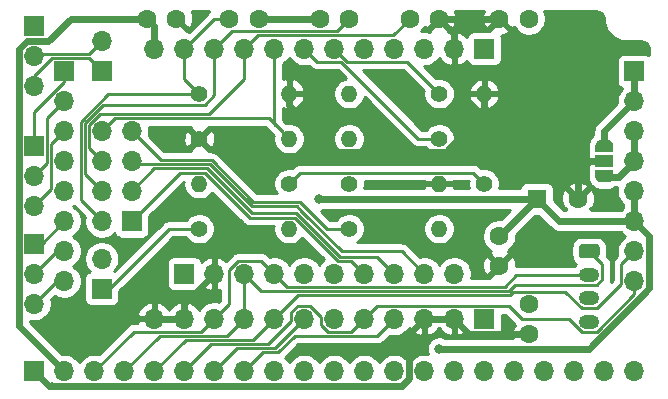
<source format=gbl>
G04 #@! TF.GenerationSoftware,KiCad,Pcbnew,(5.1.6-0-10_14)*
G04 #@! TF.CreationDate,2021-08-21T17:12:07+01:00*
G04 #@! TF.ProjectId,JuntekOnSteroidsTTGO,4a756e74-656b-44f6-9e53-7465726f6964,2.4*
G04 #@! TF.SameCoordinates,PX5b716c8PY5b716c8*
G04 #@! TF.FileFunction,Copper,L2,Bot*
G04 #@! TF.FilePolarity,Positive*
%FSLAX46Y46*%
G04 Gerber Fmt 4.6, Leading zero omitted, Abs format (unit mm)*
G04 Created by KiCad (PCBNEW (5.1.6-0-10_14)) date 2021-08-21 17:12:07*
%MOMM*%
%LPD*%
G01*
G04 APERTURE LIST*
G04 #@! TA.AperFunction,SMDPad,CuDef*
%ADD10R,1.500000X1.000000*%
G04 #@! TD*
G04 #@! TA.AperFunction,SMDPad,CuDef*
%ADD11C,0.100000*%
G04 #@! TD*
G04 #@! TA.AperFunction,ComponentPad*
%ADD12O,1.700000X1.700000*%
G04 #@! TD*
G04 #@! TA.AperFunction,ComponentPad*
%ADD13R,1.700000X1.700000*%
G04 #@! TD*
G04 #@! TA.AperFunction,ComponentPad*
%ADD14C,1.600000*%
G04 #@! TD*
G04 #@! TA.AperFunction,ComponentPad*
%ADD15O,1.400000X1.400000*%
G04 #@! TD*
G04 #@! TA.AperFunction,ComponentPad*
%ADD16C,1.400000*%
G04 #@! TD*
G04 #@! TA.AperFunction,ComponentPad*
%ADD17O,1.750000X1.200000*%
G04 #@! TD*
G04 #@! TA.AperFunction,ComponentPad*
%ADD18R,1.600000X1.600000*%
G04 #@! TD*
G04 #@! TA.AperFunction,ViaPad*
%ADD19C,0.800000*%
G04 #@! TD*
G04 #@! TA.AperFunction,Conductor*
%ADD20C,0.570000*%
G04 #@! TD*
G04 #@! TA.AperFunction,Conductor*
%ADD21C,0.220000*%
G04 #@! TD*
G04 #@! TA.AperFunction,Conductor*
%ADD22C,0.254000*%
G04 #@! TD*
G04 APERTURE END LIST*
D10*
G04 #@! TO.P,JP1,2*
G04 #@! TO.N,/GND*
X53340000Y22860000D03*
G04 #@! TA.AperFunction,SMDPad,CuDef*
D11*
G04 #@! TO.P,JP1,3*
G04 #@! TO.N,GNDD*
G36*
X54089398Y21560000D02*
G01*
X54089398Y21535466D01*
X54084588Y21486635D01*
X54075016Y21438510D01*
X54060772Y21391555D01*
X54041995Y21346222D01*
X54018864Y21302949D01*
X53991604Y21262150D01*
X53960476Y21224221D01*
X53925779Y21189524D01*
X53887850Y21158396D01*
X53847051Y21131136D01*
X53803778Y21108005D01*
X53758445Y21089228D01*
X53711490Y21074984D01*
X53663365Y21065412D01*
X53614534Y21060602D01*
X53590000Y21060602D01*
X53590000Y21060000D01*
X53090000Y21060000D01*
X53090000Y21060602D01*
X53065466Y21060602D01*
X53016635Y21065412D01*
X52968510Y21074984D01*
X52921555Y21089228D01*
X52876222Y21108005D01*
X52832949Y21131136D01*
X52792150Y21158396D01*
X52754221Y21189524D01*
X52719524Y21224221D01*
X52688396Y21262150D01*
X52661136Y21302949D01*
X52638005Y21346222D01*
X52619228Y21391555D01*
X52604984Y21438510D01*
X52595412Y21486635D01*
X52590602Y21535466D01*
X52590602Y21560000D01*
X52590000Y21560000D01*
X52590000Y22110000D01*
X54090000Y22110000D01*
X54090000Y21560000D01*
X54089398Y21560000D01*
G37*
G04 #@! TD.AperFunction*
G04 #@! TA.AperFunction,SMDPad,CuDef*
G04 #@! TO.P,JP1,1*
G04 #@! TO.N,GNDA*
G36*
X52590000Y23610000D02*
G01*
X52590000Y24160000D01*
X52590602Y24160000D01*
X52590602Y24184534D01*
X52595412Y24233365D01*
X52604984Y24281490D01*
X52619228Y24328445D01*
X52638005Y24373778D01*
X52661136Y24417051D01*
X52688396Y24457850D01*
X52719524Y24495779D01*
X52754221Y24530476D01*
X52792150Y24561604D01*
X52832949Y24588864D01*
X52876222Y24611995D01*
X52921555Y24630772D01*
X52968510Y24645016D01*
X53016635Y24654588D01*
X53065466Y24659398D01*
X53090000Y24659398D01*
X53090000Y24660000D01*
X53590000Y24660000D01*
X53590000Y24659398D01*
X53614534Y24659398D01*
X53663365Y24654588D01*
X53711490Y24645016D01*
X53758445Y24630772D01*
X53803778Y24611995D01*
X53847051Y24588864D01*
X53887850Y24561604D01*
X53925779Y24530476D01*
X53960476Y24495779D01*
X53991604Y24457850D01*
X54018864Y24417051D01*
X54041995Y24373778D01*
X54060772Y24328445D01*
X54075016Y24281490D01*
X54084588Y24233365D01*
X54089398Y24184534D01*
X54089398Y24160000D01*
X54090000Y24160000D01*
X54090000Y23610000D01*
X52590000Y23610000D01*
G37*
G04 #@! TD.AperFunction*
G04 #@! TD*
D12*
G04 #@! TO.P,J21,8*
G04 #@! TO.N,/ADC3*
X10795000Y25400000D03*
G04 #@! TO.P,J21,7*
G04 #@! TO.N,Net-(J21-Pad7)*
X13335000Y25400000D03*
G04 #@! TO.P,J21,6*
G04 #@! TO.N,/ADC2*
X10795000Y22860000D03*
G04 #@! TO.P,J21,5*
G04 #@! TO.N,/A2*
X13335000Y22860000D03*
G04 #@! TO.P,J21,4*
G04 #@! TO.N,/ADC1*
X10795000Y20320000D03*
G04 #@! TO.P,J21,3*
G04 #@! TO.N,/A1*
X13335000Y20320000D03*
G04 #@! TO.P,J21,2*
G04 #@! TO.N,/ADC0*
X10795000Y17780000D03*
D13*
G04 #@! TO.P,J21,1*
G04 #@! TO.N,/A0*
X13335000Y17780000D03*
G04 #@! TD*
D12*
G04 #@! TO.P,J61,2*
G04 #@! TO.N,/J6.2*
X10795000Y33020000D03*
D13*
G04 #@! TO.P,J61,1*
G04 #@! TO.N,/J6.3*
X10795000Y30480000D03*
G04 #@! TD*
D12*
G04 #@! TO.P,J22,2*
G04 #@! TO.N,/NotEnable*
X10795000Y14605000D03*
D13*
G04 #@! TO.P,J22,1*
G04 #@! TO.N,/FanPWM*
X10795000Y12065000D03*
G04 #@! TD*
D12*
G04 #@! TO.P,J12,3*
G04 #@! TO.N,/J1.8*
X5080000Y10795000D03*
G04 #@! TO.P,J12,2*
G04 #@! TO.N,/J1.7*
X5080000Y13335000D03*
D13*
G04 #@! TO.P,J12,1*
G04 #@! TO.N,/J1.6*
X5080000Y15875000D03*
G04 #@! TD*
D12*
G04 #@! TO.P,J11,3*
G04 #@! TO.N,/J1.3*
X5080000Y19050000D03*
G04 #@! TO.P,J11,2*
G04 #@! TO.N,/J1.2*
X5080000Y21590000D03*
D13*
G04 #@! TO.P,J11,1*
G04 #@! TO.N,/J1.1*
X5080000Y24130000D03*
G04 #@! TD*
D14*
G04 #@! TO.P,C6,2*
G04 #@! TO.N,/+3V3*
X46990000Y10755000D03*
G04 #@! TO.P,C6,1*
G04 #@! TO.N,/GND*
X46990000Y8255000D03*
G04 #@! TD*
G04 #@! TO.P,C5,2*
G04 #@! TO.N,/+3V3*
X14605000Y34925000D03*
G04 #@! TO.P,C5,1*
G04 #@! TO.N,/GND*
X17105000Y34925000D03*
G04 #@! TD*
D12*
G04 #@! TO.P,J30,21*
G04 #@! TO.N,Net-(J30-Pad21)*
X55880000Y5080000D03*
G04 #@! TO.P,J30,20*
G04 #@! TO.N,Net-(J30-Pad20)*
X53340000Y5080000D03*
G04 #@! TO.P,J30,19*
G04 #@! TO.N,Net-(J30-Pad19)*
X50800000Y5080000D03*
G04 #@! TO.P,J30,18*
G04 #@! TO.N,Net-(J30-Pad18)*
X48260000Y5080000D03*
G04 #@! TO.P,J30,17*
G04 #@! TO.N,Net-(J30-Pad17)*
X45720000Y5080000D03*
G04 #@! TO.P,J30,16*
G04 #@! TO.N,Net-(J30-Pad16)*
X43180000Y5080000D03*
G04 #@! TO.P,J30,15*
G04 #@! TO.N,Net-(J30-Pad15)*
X40640000Y5080000D03*
G04 #@! TO.P,J30,14*
G04 #@! TO.N,Net-(J30-Pad14)*
X38100000Y5080000D03*
G04 #@! TO.P,J30,13*
G04 #@! TO.N,Net-(J30-Pad13)*
X35560000Y5080000D03*
G04 #@! TO.P,J30,12*
G04 #@! TO.N,VCC*
X33020000Y5080000D03*
G04 #@! TO.P,J30,11*
G04 #@! TO.N,/GPIO27*
X30480000Y5080000D03*
G04 #@! TO.P,J30,10*
G04 #@! TO.N,/GPIO26*
X27940000Y5080000D03*
G04 #@! TO.P,J30,9*
G04 #@! TO.N,/GPIO25*
X25400000Y5080000D03*
G04 #@! TO.P,J30,8*
G04 #@! TO.N,/GPIO12*
X22860000Y5080000D03*
G04 #@! TO.P,J30,7*
G04 #@! TO.N,/GPIO2*
X20320000Y5080000D03*
G04 #@! TO.P,J30,6*
G04 #@! TO.N,/GPIO13*
X17780000Y5080000D03*
G04 #@! TO.P,J30,5*
G04 #@! TO.N,/GPIO17*
X15240000Y5080000D03*
G04 #@! TO.P,J30,4*
G04 #@! TO.N,/SCL*
X12700000Y5080000D03*
G04 #@! TO.P,J30,3*
G04 #@! TO.N,/SDA*
X10160000Y5080000D03*
G04 #@! TO.P,J30,2*
G04 #@! TO.N,/+3V3*
X7620000Y5080000D03*
D13*
G04 #@! TO.P,J30,1*
G04 #@! TO.N,/GND*
X5080000Y5080000D03*
G04 #@! TD*
D15*
G04 #@! TO.P,R20,2*
G04 #@! TO.N,/GND*
X26670000Y28575000D03*
D16*
G04 #@! TO.P,R20,1*
G04 #@! TO.N,/ADC0*
X19050000Y28575000D03*
G04 #@! TD*
D15*
G04 #@! TO.P,R19,2*
G04 #@! TO.N,/GND*
X39370000Y20955000D03*
D16*
G04 #@! TO.P,R19,1*
G04 #@! TO.N,/GPIO12*
X31750000Y20955000D03*
G04 #@! TD*
D15*
G04 #@! TO.P,R18,2*
G04 #@! TO.N,/GPIO15*
X26670000Y17145000D03*
D16*
G04 #@! TO.P,R18,1*
G04 #@! TO.N,/FanPWM*
X19050000Y17145000D03*
G04 #@! TD*
D15*
G04 #@! TO.P,R17,2*
G04 #@! TO.N,/A3*
X39370000Y17145000D03*
D16*
G04 #@! TO.P,R17,1*
G04 #@! TO.N,Net-(J21-Pad7)*
X31750000Y17145000D03*
G04 #@! TD*
D15*
G04 #@! TO.P,R16,2*
G04 #@! TO.N,/GPIO2*
X19050000Y20955000D03*
D16*
G04 #@! TO.P,R16,1*
G04 #@! TO.N,/NotEnable*
X26670000Y20955000D03*
G04 #@! TD*
D15*
G04 #@! TO.P,R15,2*
G04 #@! TO.N,/GND*
X43180000Y28575000D03*
D16*
G04 #@! TO.P,R15,1*
G04 #@! TO.N,/NotEnable*
X43180000Y20955000D03*
G04 #@! TD*
D15*
G04 #@! TO.P,R12,2*
G04 #@! TO.N,/J1.4*
X31750000Y28575000D03*
D16*
G04 #@! TO.P,R12,1*
G04 #@! TO.N,/GPIO33*
X39370000Y28575000D03*
G04 #@! TD*
D15*
G04 #@! TO.P,R11,2*
G04 #@! TO.N,/J1.5*
X31750000Y24765000D03*
D16*
G04 #@! TO.P,R11,1*
G04 #@! TO.N,/GPIO32*
X39370000Y24765000D03*
G04 #@! TD*
D14*
G04 #@! TO.P,C3,2*
G04 #@! TO.N,/GND*
X39370000Y34925000D03*
G04 #@! TO.P,C3,1*
G04 #@! TO.N,/ADC2*
X36870000Y34925000D03*
G04 #@! TD*
G04 #@! TO.P,C2,2*
G04 #@! TO.N,/GND*
X29250000Y34925000D03*
G04 #@! TO.P,C2,1*
G04 #@! TO.N,/ADC1*
X31750000Y34925000D03*
G04 #@! TD*
G04 #@! TO.P,C1,2*
G04 #@! TO.N,/GND*
X24090000Y34925000D03*
G04 #@! TO.P,C1,1*
G04 #@! TO.N,/ADC0*
X21590000Y34925000D03*
G04 #@! TD*
D12*
G04 #@! TO.P,#J9,10*
G04 #@! TO.N,/A3*
X40640000Y13335000D03*
G04 #@! TO.P,#J9,9*
G04 #@! TO.N,/A2*
X38100000Y13335000D03*
G04 #@! TO.P,#J9,8*
G04 #@! TO.N,/A1*
X35560000Y13335000D03*
G04 #@! TO.P,#J9,7*
G04 #@! TO.N,/A0*
X33020000Y13335000D03*
G04 #@! TO.P,#J9,6*
G04 #@! TO.N,/ALRT*
X30480000Y13335000D03*
G04 #@! TO.P,#J9,5*
G04 #@! TO.N,/ADDR*
X27940000Y13335000D03*
G04 #@! TO.P,#J9,4*
G04 #@! TO.N,/SDA*
X25400000Y13335000D03*
G04 #@! TO.P,#J9,3*
G04 #@! TO.N,/SCL*
X22860000Y13335000D03*
G04 #@! TO.P,#J9,2*
G04 #@! TO.N,/GND*
X20320000Y13335000D03*
D13*
G04 #@! TO.P,#J9,1*
G04 #@! TO.N,VCC*
X17780000Y13335000D03*
G04 #@! TD*
D15*
G04 #@! TO.P,R14,2*
G04 #@! TO.N,/ADC3*
X26670000Y24765000D03*
D16*
G04 #@! TO.P,R14,1*
G04 #@! TO.N,/GND*
X19050000Y24765000D03*
G04 #@! TD*
D12*
G04 #@! TO.P,J6,3*
G04 #@! TO.N,/J6.3*
X5080000Y29210000D03*
G04 #@! TO.P,J6,2*
G04 #@! TO.N,/J6.2*
X5080000Y31750000D03*
D13*
G04 #@! TO.P,J6,1*
G04 #@! TO.N,/GPIO12*
X5080000Y34290000D03*
G04 #@! TD*
D14*
G04 #@! TO.P,C8,2*
G04 #@! TO.N,/GND*
X44450000Y14010000D03*
G04 #@! TO.P,C8,1*
G04 #@! TO.N,VCC*
X44450000Y16510000D03*
G04 #@! TD*
D17*
G04 #@! TO.P,J7,4*
G04 #@! TO.N,/GND*
X52070000Y9240000D03*
G04 #@! TO.P,J7,3*
G04 #@! TO.N,/+3V3*
X52070000Y11240000D03*
G04 #@! TO.P,J7,2*
G04 #@! TO.N,/SDA*
X52070000Y13240000D03*
G04 #@! TO.P,J7,1*
G04 #@! TO.N,/SCL*
G04 #@! TA.AperFunction,ComponentPad*
G36*
G01*
X51444999Y15840000D02*
X52695001Y15840000D01*
G75*
G02*
X52945000Y15590001I0J-249999D01*
G01*
X52945000Y14889999D01*
G75*
G02*
X52695001Y14640000I-249999J0D01*
G01*
X51444999Y14640000D01*
G75*
G02*
X51195000Y14889999I0J249999D01*
G01*
X51195000Y15590001D01*
G75*
G02*
X51444999Y15840000I249999J0D01*
G01*
G37*
G04 #@! TD.AperFunction*
G04 #@! TD*
D14*
G04 #@! TO.P,C4,2*
G04 #@! TO.N,/GND*
X44450000Y34925000D03*
G04 #@! TO.P,C4,1*
G04 #@! TO.N,/ADC3*
X46950000Y34925000D03*
G04 #@! TD*
G04 #@! TO.P,C7,2*
G04 #@! TO.N,/GND*
X51125000Y19685000D03*
D18*
G04 #@! TO.P,C7,1*
G04 #@! TO.N,VCC*
X47625000Y19685000D03*
G04 #@! TD*
D12*
G04 #@! TO.P,J5,12*
G04 #@! TO.N,/GND*
X15240000Y9525000D03*
G04 #@! TO.P,J5,11*
X17780000Y9525000D03*
G04 #@! TO.P,J5,10*
G04 #@! TO.N,/SDA*
X20320000Y9525000D03*
G04 #@! TO.P,J5,9*
G04 #@! TO.N,/SCL*
X22860000Y9525000D03*
G04 #@! TO.P,J5,8*
G04 #@! TO.N,/GPIO17*
X25400000Y9525000D03*
G04 #@! TO.P,J5,7*
G04 #@! TO.N,/GPIO2*
X27940000Y9525000D03*
G04 #@! TO.P,J5,6*
G04 #@! TO.N,/GPIO15*
X30480000Y9525000D03*
G04 #@! TO.P,J5,5*
G04 #@! TO.N,/GPIO13*
X33020000Y9525000D03*
G04 #@! TO.P,J5,4*
G04 #@! TO.N,/GPIO12*
X35560000Y9525000D03*
G04 #@! TO.P,J5,3*
G04 #@! TO.N,/GND*
X38100000Y9525000D03*
G04 #@! TO.P,J5,2*
X40640000Y9525000D03*
D13*
G04 #@! TO.P,J5,1*
G04 #@! TO.N,/+3V3*
X43180000Y9525000D03*
G04 #@! TD*
D12*
G04 #@! TO.P,J4,12*
G04 #@! TO.N,/+3V3*
X15240000Y32385000D03*
G04 #@! TO.P,J4,11*
G04 #@! TO.N,/ADC0*
X17780000Y32385000D03*
G04 #@! TO.P,J4,10*
G04 #@! TO.N,/ADC1*
X20320000Y32385000D03*
G04 #@! TO.P,J4,9*
G04 #@! TO.N,/ADC2*
X22860000Y32385000D03*
G04 #@! TO.P,J4,8*
G04 #@! TO.N,/ADC3*
X25400000Y32385000D03*
G04 #@! TO.P,J4,7*
G04 #@! TO.N,/GPIO32*
X27940000Y32385000D03*
G04 #@! TO.P,J4,6*
G04 #@! TO.N,/GPIO33*
X30480000Y32385000D03*
G04 #@! TO.P,J4,5*
G04 #@! TO.N,/GPIO25*
X33020000Y32385000D03*
G04 #@! TO.P,J4,4*
G04 #@! TO.N,/GPIO26*
X35560000Y32385000D03*
G04 #@! TO.P,J4,3*
G04 #@! TO.N,/GPIO27*
X38100000Y32385000D03*
G04 #@! TO.P,J4,2*
G04 #@! TO.N,/GND*
X40640000Y32385000D03*
D13*
G04 #@! TO.P,J4,1*
G04 #@! TO.N,VCC*
X43180000Y32385000D03*
G04 #@! TD*
D12*
G04 #@! TO.P,J2,8*
G04 #@! TO.N,/GPIO13*
X55880000Y12700000D03*
G04 #@! TO.P,J2,7*
G04 #@! TO.N,/GPIO17*
X55880000Y15240000D03*
G04 #@! TO.P,J2,6*
G04 #@! TO.N,VCC*
X55880000Y17780000D03*
G04 #@! TO.P,J2,5*
X55880000Y20320000D03*
G04 #@! TO.P,J2,4*
G04 #@! TO.N,GNDD*
X55880000Y22860000D03*
G04 #@! TO.P,J2,3*
X55880000Y25400000D03*
G04 #@! TO.P,J2,2*
G04 #@! TO.N,GNDA*
X55880000Y27940000D03*
D13*
G04 #@! TO.P,J2,1*
X55880000Y30480000D03*
G04 #@! TD*
D12*
G04 #@! TO.P,J1,8*
G04 #@! TO.N,/J1.8*
X7620000Y12700000D03*
G04 #@! TO.P,J1,7*
G04 #@! TO.N,/J1.7*
X7620000Y15240000D03*
G04 #@! TO.P,J1,6*
G04 #@! TO.N,/J1.6*
X7620000Y17780000D03*
G04 #@! TO.P,J1,5*
G04 #@! TO.N,/J1.5*
X7620000Y20320000D03*
G04 #@! TO.P,J1,4*
G04 #@! TO.N,/J1.4*
X7620000Y22860000D03*
G04 #@! TO.P,J1,3*
G04 #@! TO.N,/J1.3*
X7620000Y25400000D03*
G04 #@! TO.P,J1,2*
G04 #@! TO.N,/J1.2*
X7620000Y27940000D03*
D13*
G04 #@! TO.P,J1,1*
G04 #@! TO.N,/J1.1*
X7620000Y30480000D03*
G04 #@! TD*
D19*
G04 #@! TO.N,VCC*
X29210000Y19685000D03*
X39370000Y6985000D03*
G04 #@! TD*
D20*
G04 #@! TO.N,VCC*
X55880000Y20320000D02*
X55880000Y17780000D01*
X49530000Y17780000D02*
X55880000Y17780000D01*
X47625000Y19685000D02*
X49530000Y17780000D01*
X47625000Y19685000D02*
X44450000Y16510000D01*
X47625000Y19685000D02*
X29210000Y19685000D01*
X29210000Y19685000D02*
X29210000Y19685000D01*
X57145001Y12092799D02*
X52037202Y6985000D01*
X57145001Y16514999D02*
X57145001Y12092799D01*
X55880000Y17780000D02*
X57145001Y16514999D01*
X52037202Y6985000D02*
X39370000Y6985000D01*
X39370000Y6985000D02*
X39370000Y6985000D01*
G04 #@! TO.N,GNDD*
X54580000Y21560000D02*
X55880000Y22860000D01*
X53340000Y21560000D02*
X54580000Y21560000D01*
X55880000Y22860000D02*
X55880000Y25400000D01*
G04 #@! TO.N,/GND*
X51125000Y21965000D02*
X51125000Y19685000D01*
X52020000Y22860000D02*
X51125000Y21965000D01*
X53340000Y22860000D02*
X52020000Y22860000D01*
X40640000Y33655000D02*
X39370000Y34925000D01*
X40640000Y32385000D02*
X40640000Y33655000D01*
X39370000Y34925000D02*
X44450000Y34925000D01*
X29250000Y34925000D02*
X24090000Y34925000D01*
X15240000Y9525000D02*
X17780000Y9525000D01*
X17780000Y10795000D02*
X20320000Y13335000D01*
X17780000Y9525000D02*
X17780000Y10795000D01*
X38100000Y9525000D02*
X40640000Y9525000D01*
X41910000Y8255000D02*
X46990000Y8255000D01*
X40640000Y9525000D02*
X41910000Y8255000D01*
X36834999Y8259999D02*
X38100000Y9525000D01*
X36177199Y3814999D02*
X36834999Y4472799D01*
X6345001Y3814999D02*
X36177199Y3814999D01*
X36834999Y4472799D02*
X36834999Y8259999D01*
X5080000Y5080000D02*
X6345001Y3814999D01*
X30605052Y23649999D02*
X39905201Y23649999D01*
X26670000Y27585051D02*
X30605052Y23649999D01*
X43180000Y26924798D02*
X43180000Y28575000D01*
X39905201Y23649999D02*
X43180000Y26924798D01*
X26670000Y28575000D02*
X26670000Y27585051D01*
X48422500Y22387500D02*
X45557500Y22387500D01*
X45557500Y22387500D02*
X44450000Y23495000D01*
X48422500Y22387500D02*
X51125000Y19685000D01*
X43180000Y24765000D02*
X45557500Y22387500D01*
X43180000Y28575000D02*
X43180000Y24765000D01*
G04 #@! TO.N,GNDA*
X53340000Y25400000D02*
X55880000Y27940000D01*
X53340000Y24160000D02*
X53340000Y25400000D01*
X55880000Y27940000D02*
X55880000Y30480000D01*
D21*
G04 #@! TO.N,/SDA*
X22336799Y14425001D02*
X21590000Y13678202D01*
X24309999Y14425001D02*
X22336799Y14425001D01*
X25400000Y13335000D02*
X24309999Y14425001D01*
X21590000Y10795000D02*
X20320000Y9525000D01*
X21590000Y13678202D02*
X21590000Y10795000D01*
X13514999Y8434999D02*
X10160000Y5080000D01*
X19229999Y8434999D02*
X13514999Y8434999D01*
X20320000Y9525000D02*
X19229999Y8434999D01*
X26490001Y12244999D02*
X25400000Y13335000D01*
X52070000Y13240000D02*
X45900002Y13240000D01*
X45900002Y13240000D02*
X44905001Y12244999D01*
X44905001Y12244999D02*
X26490001Y12244999D01*
G04 #@! TO.N,/SCL*
X22860000Y9525000D02*
X22860000Y13335000D01*
X12700000Y5080000D02*
X15704989Y8084989D01*
X21419989Y8084989D02*
X22860000Y9525000D01*
X15704989Y8084989D02*
X21419989Y8084989D01*
X24300011Y11894989D02*
X22860000Y13335000D01*
X45255011Y11894989D02*
X24300011Y11894989D01*
X45760012Y12399990D02*
X45255011Y11894989D01*
X52692943Y12399990D02*
X45760012Y12399990D01*
X53185010Y12892057D02*
X52692943Y12399990D01*
X53185010Y14124990D02*
X53185010Y12892057D01*
X52070000Y15240000D02*
X53185010Y14124990D01*
G04 #@! TO.N,/GPIO13*
X17780000Y5080000D02*
X20084969Y7384969D01*
X29389999Y9001799D02*
X29956799Y8434999D01*
X29389999Y9688203D02*
X29389999Y9001799D01*
X27416799Y10615001D02*
X28463201Y10615001D01*
X26849999Y10048201D02*
X27416799Y10615001D01*
X29956799Y8434999D02*
X31929999Y8434999D01*
X26849999Y9361797D02*
X26849999Y10048201D01*
X31929999Y8434999D02*
X33020000Y9525000D01*
X24873171Y7384969D02*
X26849999Y9361797D01*
X28463201Y10615001D02*
X29389999Y9688203D01*
X20084969Y7384969D02*
X24873171Y7384969D01*
X51447057Y8399990D02*
X52692943Y8399990D01*
X45264999Y10615001D02*
X46355000Y9525000D01*
X55880000Y11587047D02*
X55880000Y12700000D01*
X50322047Y9525000D02*
X51447057Y8399990D01*
X52692943Y8399990D02*
X55880000Y11587047D01*
X46355000Y9525000D02*
X50322047Y9525000D01*
X34110001Y10615001D02*
X45264999Y10615001D01*
X33020000Y9525000D02*
X34110001Y10615001D01*
G04 #@! TO.N,/ADC0*
X20320000Y34925000D02*
X21590000Y34925000D01*
X17780000Y32385000D02*
X20320000Y34925000D01*
X17780000Y29845000D02*
X19050000Y28575000D01*
X17780000Y32385000D02*
X17780000Y29845000D01*
X11366822Y28575000D02*
X19050000Y28575000D01*
X9004979Y26213157D02*
X11366822Y28575000D01*
X9004979Y19570021D02*
X9004979Y26213157D01*
X10795000Y17780000D02*
X9004979Y19570021D01*
G04 #@! TO.N,/ADC1*
X30709999Y33884999D02*
X31750000Y34925000D01*
X21819999Y33884999D02*
X30709999Y33884999D01*
X20320000Y32385000D02*
X21819999Y33884999D01*
X20320000Y28453798D02*
X20320000Y32385000D01*
X10921809Y27634999D02*
X19501201Y27634999D01*
X9354989Y26068179D02*
X10921809Y27634999D01*
X9354989Y21760011D02*
X9354989Y26068179D01*
X19501201Y27634999D02*
X20320000Y28453798D01*
X10795000Y20320000D02*
X9354989Y21760011D01*
G04 #@! TO.N,/ADC2*
X35479989Y33534989D02*
X36870000Y34925000D01*
X24009989Y33534989D02*
X35479989Y33534989D01*
X22860000Y32385000D02*
X24009989Y33534989D01*
X9704999Y25923201D02*
X9704999Y23950001D01*
X10621809Y26840011D02*
X9704999Y25923201D01*
X9704999Y23950001D02*
X10795000Y22860000D01*
X19855011Y26840011D02*
X10621809Y26840011D01*
X22860000Y29845000D02*
X19855011Y26840011D01*
X22860000Y32385000D02*
X22860000Y29845000D01*
G04 #@! TO.N,/ADC3*
X11885001Y26490001D02*
X24944999Y26490001D01*
X10795000Y25400000D02*
X11885001Y26490001D01*
X25400000Y32385000D02*
X25400000Y26035000D01*
X25400000Y26035000D02*
X26035000Y25400000D01*
X26035000Y25400000D02*
X26670000Y24765000D01*
X24944999Y26490001D02*
X26035000Y25400000D01*
G04 #@! TO.N,/GPIO32*
X37605012Y24765000D02*
X39370000Y24765000D01*
X29030001Y31294999D02*
X31075013Y31294999D01*
X31075013Y31294999D02*
X37605012Y24765000D01*
X27940000Y32385000D02*
X29030001Y31294999D01*
G04 #@! TO.N,/GPIO33*
X36650001Y31294999D02*
X39370000Y28575000D01*
X31570001Y31294999D02*
X36650001Y31294999D01*
X30480000Y32385000D02*
X31570001Y31294999D01*
G04 #@! TO.N,/GPIO17*
X23609979Y7734979D02*
X25400000Y9525000D01*
X17894979Y7734979D02*
X23609979Y7734979D01*
X15240000Y5080000D02*
X17894979Y7734979D01*
X54789999Y12497046D02*
X54789999Y14149999D01*
X52692943Y10399990D02*
X54789999Y12497046D01*
X51447057Y10399990D02*
X52692943Y10399990D01*
X50052046Y11795001D02*
X51447057Y10399990D01*
X45650011Y11795001D02*
X50052046Y11795001D01*
X45399989Y11544979D02*
X45650011Y11795001D01*
X27419979Y11544979D02*
X45399989Y11544979D01*
X54789999Y14149999D02*
X55880000Y15240000D01*
X25400000Y9525000D02*
X27419979Y11544979D01*
G04 #@! TO.N,/A2*
X36195000Y15240000D02*
X38100000Y13335000D01*
X31115000Y15240000D02*
X36195000Y15240000D01*
X19949979Y22595021D02*
X23495000Y19050000D01*
X13599979Y22595021D02*
X19949979Y22595021D01*
X13335000Y22860000D02*
X13599979Y22595021D01*
X23495000Y19050000D02*
X27305000Y19050000D01*
X27305000Y19050000D02*
X27940000Y18415000D01*
X27940000Y18415000D02*
X31115000Y15240000D01*
X27610001Y18744999D02*
X27940000Y18415000D01*
G04 #@! TO.N,/A1*
X13335000Y20320000D02*
X15260011Y22245011D01*
X34119989Y14775011D02*
X35560000Y13335000D01*
X30944989Y14775011D02*
X34119989Y14775011D01*
X27286190Y18415000D02*
X27266179Y18435011D01*
X27305000Y18415000D02*
X27286190Y18415000D01*
X27305000Y18415000D02*
X30944989Y14775011D01*
X23515011Y18435011D02*
X19705011Y22245011D01*
X27266179Y18435011D02*
X23515011Y18435011D01*
X15260011Y22245011D02*
X19705011Y22245011D01*
G04 #@! TO.N,/A0*
X17450001Y21895001D02*
X13335000Y17780000D01*
X19501201Y21895001D02*
X17450001Y21895001D01*
X27121201Y18085001D02*
X23311201Y18085001D01*
X23311201Y18085001D02*
X19501201Y21895001D01*
X30781201Y14425001D02*
X27121201Y18085001D01*
X31929999Y14425001D02*
X30781201Y14425001D01*
X33020000Y13335000D02*
X31929999Y14425001D01*
G04 #@! TO.N,/J1.8*
X6985000Y12700000D02*
X7620000Y12700000D01*
X5080000Y10795000D02*
X6985000Y12700000D01*
G04 #@! TO.N,/J1.3*
X6529999Y20499999D02*
X6529999Y24309999D01*
X6529999Y24309999D02*
X7620000Y25400000D01*
X5080000Y19050000D02*
X6529999Y20499999D01*
G04 #@! TO.N,/J1.2*
X6170001Y26490001D02*
X7620000Y27940000D01*
X6170001Y22680001D02*
X6170001Y26490001D01*
X5080000Y21590000D02*
X6170001Y22680001D01*
G04 #@! TO.N,/J1.6*
X5715000Y15875000D02*
X7620000Y17780000D01*
X5080000Y15875000D02*
X5715000Y15875000D01*
D20*
G04 #@! TO.N,/+3V3*
X15240000Y34290000D02*
X14605000Y34925000D01*
X15240000Y32385000D02*
X15240000Y34290000D01*
X3814999Y8885001D02*
X7620000Y5080000D01*
X3814999Y32357201D02*
X3814999Y8885001D01*
X6252003Y33015001D02*
X4472799Y33015001D01*
X8162002Y34925000D02*
X6252003Y33015001D01*
X4472799Y33015001D02*
X3814999Y32357201D01*
X14605000Y34925000D02*
X8162002Y34925000D01*
D21*
G04 #@! TO.N,/GPIO2*
X22274961Y7034961D02*
X25449961Y7034961D01*
X25449961Y7034961D02*
X27940000Y9525000D01*
X20320000Y5080000D02*
X22274961Y7034961D01*
G04 #@! TO.N,/GPIO12*
X22860000Y5080000D02*
X24464951Y6684951D01*
X24464951Y6684951D02*
X25734951Y6684951D01*
X25734951Y6684951D02*
X27134989Y8084989D01*
X34119989Y8084989D02*
X35560000Y9525000D01*
X27134989Y8084989D02*
X34119989Y8084989D01*
G04 #@! TO.N,/J1.1*
X5080000Y27013202D02*
X7620000Y29553202D01*
X7620000Y29553202D02*
X7620000Y30480000D01*
X5080000Y24130000D02*
X5080000Y27013202D01*
G04 #@! TO.N,/J6.2*
X5250011Y31920011D02*
X5080000Y31750000D01*
X9695011Y31920011D02*
X5250011Y31920011D01*
X10795000Y33020000D02*
X9695011Y31920011D01*
G04 #@! TO.N,/J1.7*
X6985000Y15240000D02*
X7620000Y15240000D01*
X5080000Y13335000D02*
X6985000Y15240000D01*
G04 #@! TO.N,/J6.3*
X9704999Y31570001D02*
X10795000Y30480000D01*
X6577999Y31570001D02*
X9704999Y31570001D01*
X5080000Y30072002D02*
X6577999Y31570001D01*
X5080000Y29210000D02*
X5080000Y30072002D01*
G04 #@! TO.N,/FanPWM*
X10795000Y12065000D02*
X11430000Y12065000D01*
X16510000Y17145000D02*
X19050000Y17145000D01*
X11430000Y12065000D02*
X16510000Y17145000D01*
G04 #@! TO.N,/NotEnable*
X42239999Y21895001D02*
X43180000Y20955000D01*
X27610001Y21895001D02*
X42239999Y21895001D01*
X26670000Y20955000D02*
X27610001Y21895001D01*
G04 #@! TO.N,Net-(J21-Pad7)*
X27589990Y19400010D02*
X29845000Y17145000D01*
X23639978Y19400010D02*
X27589990Y19400010D01*
X20094957Y22945031D02*
X23639978Y19400010D01*
X29845000Y17145000D02*
X31750000Y17145000D01*
X15789969Y22945031D02*
X20094957Y22945031D01*
X13335000Y25400000D02*
X15789969Y22945031D01*
G04 #@! TD*
D22*
G04 #@! TO.N,/GND*
G36*
X6673368Y3926525D02*
G01*
X6810345Y3835000D01*
X6427295Y3835000D01*
X6460537Y3875506D01*
X6519502Y3985820D01*
X6541513Y4058380D01*
X6673368Y3926525D01*
G37*
X6673368Y3926525D02*
X6810345Y3835000D01*
X6427295Y3835000D01*
X6460537Y3875506D01*
X6519502Y3985820D01*
X6541513Y4058380D01*
X6673368Y3926525D01*
G36*
X5207000Y5207000D02*
G01*
X5227000Y5207000D01*
X5227000Y4953000D01*
X5207000Y4953000D01*
X5207000Y4933000D01*
X4953000Y4933000D01*
X4953000Y4953000D01*
X4933000Y4953000D01*
X4933000Y5207000D01*
X4953000Y5207000D01*
X4953000Y5227000D01*
X5207000Y5227000D01*
X5207000Y5207000D01*
G37*
X5207000Y5207000D02*
X5227000Y5207000D01*
X5227000Y4953000D01*
X5207000Y4953000D01*
X5207000Y4933000D01*
X4953000Y4933000D01*
X4953000Y4953000D01*
X4933000Y4953000D01*
X4933000Y5207000D01*
X4953000Y5207000D01*
X4953000Y5227000D01*
X5207000Y5227000D01*
X5207000Y5207000D01*
G36*
X17715000Y21086486D02*
G01*
X17715000Y20823514D01*
X17766304Y20565595D01*
X17866939Y20322641D01*
X18013038Y20103987D01*
X18198987Y19918038D01*
X18417641Y19771939D01*
X18660595Y19671304D01*
X18918514Y19620000D01*
X19181486Y19620000D01*
X19439405Y19671304D01*
X19682359Y19771939D01*
X19901013Y19918038D01*
X20086962Y20103987D01*
X20147710Y20194903D01*
X22758532Y17584081D01*
X22781858Y17555658D01*
X22810281Y17532332D01*
X22895298Y17462560D01*
X22938534Y17439450D01*
X23024723Y17393381D01*
X23165156Y17350781D01*
X23274609Y17340001D01*
X23274611Y17340001D01*
X23311201Y17336397D01*
X23347791Y17340001D01*
X25347634Y17340001D01*
X25335000Y17276486D01*
X25335000Y17013514D01*
X25386304Y16755595D01*
X25486939Y16512641D01*
X25633038Y16293987D01*
X25818987Y16108038D01*
X26037641Y15961939D01*
X26280595Y15861304D01*
X26538514Y15810000D01*
X26801486Y15810000D01*
X27059405Y15861304D01*
X27302359Y15961939D01*
X27521013Y16108038D01*
X27706962Y16293987D01*
X27767710Y16384903D01*
X29611759Y14540854D01*
X29533368Y14488475D01*
X29326525Y14281632D01*
X29210000Y14107240D01*
X29093475Y14281632D01*
X28886632Y14488475D01*
X28643411Y14650990D01*
X28373158Y14762932D01*
X28086260Y14820000D01*
X27793740Y14820000D01*
X27506842Y14762932D01*
X27236589Y14650990D01*
X26993368Y14488475D01*
X26786525Y14281632D01*
X26670000Y14107240D01*
X26553475Y14281632D01*
X26346632Y14488475D01*
X26103411Y14650990D01*
X25833158Y14762932D01*
X25546260Y14820000D01*
X25253740Y14820000D01*
X25015899Y14772690D01*
X24862668Y14925921D01*
X24839342Y14954344D01*
X24725901Y15047442D01*
X24596477Y15116621D01*
X24456044Y15159221D01*
X24346591Y15170001D01*
X24346589Y15170001D01*
X24309999Y15173605D01*
X24273409Y15170001D01*
X22373380Y15170001D01*
X22336798Y15173604D01*
X22300216Y15170001D01*
X22300207Y15170001D01*
X22190754Y15159221D01*
X22050321Y15116621D01*
X22007514Y15093740D01*
X21920896Y15047442D01*
X21893551Y15025000D01*
X21807456Y14954344D01*
X21784130Y14925921D01*
X21303388Y14445179D01*
X21086920Y14606641D01*
X20824099Y14731825D01*
X20676890Y14776476D01*
X20447000Y14655155D01*
X20447000Y13462000D01*
X20467000Y13462000D01*
X20467000Y13208000D01*
X20447000Y13208000D01*
X20447000Y12014845D01*
X20676890Y11893524D01*
X20824099Y11938175D01*
X20845001Y11948131D01*
X20845001Y11103590D01*
X20704101Y10962690D01*
X20466260Y11010000D01*
X20173740Y11010000D01*
X19886842Y10952932D01*
X19616589Y10840990D01*
X19373368Y10678475D01*
X19166525Y10471632D01*
X19044805Y10289466D01*
X18975178Y10406355D01*
X18780269Y10622588D01*
X18546920Y10796641D01*
X18284099Y10921825D01*
X18136890Y10966476D01*
X17907000Y10845155D01*
X17907000Y9652000D01*
X17927000Y9652000D01*
X17927000Y9398000D01*
X17907000Y9398000D01*
X17907000Y9378000D01*
X17653000Y9378000D01*
X17653000Y9398000D01*
X15367000Y9398000D01*
X15367000Y9378000D01*
X15113000Y9378000D01*
X15113000Y9398000D01*
X13919186Y9398000D01*
X13804760Y9179999D01*
X13551581Y9179999D01*
X13514998Y9183602D01*
X13478416Y9179999D01*
X13478407Y9179999D01*
X13368954Y9169219D01*
X13228521Y9126619D01*
X13203042Y9113000D01*
X13099096Y9057440D01*
X13058447Y9024080D01*
X12985656Y8964342D01*
X12962331Y8935920D01*
X10544101Y6517690D01*
X10306260Y6565000D01*
X10013740Y6565000D01*
X9726842Y6507932D01*
X9456589Y6395990D01*
X9213368Y6233475D01*
X9006525Y6026632D01*
X8890000Y5852240D01*
X8773475Y6026632D01*
X8566632Y6233475D01*
X8323411Y6395990D01*
X8053158Y6507932D01*
X7766260Y6565000D01*
X7473740Y6565000D01*
X7442325Y6558751D01*
X4734999Y9266076D01*
X4734999Y9349532D01*
X4933740Y9310000D01*
X5226260Y9310000D01*
X5513158Y9367068D01*
X5783411Y9479010D01*
X6026632Y9641525D01*
X6233475Y9848368D01*
X6255874Y9881891D01*
X13798519Y9881891D01*
X13919186Y9652000D01*
X15113000Y9652000D01*
X15113000Y10845155D01*
X15367000Y10845155D01*
X15367000Y9652000D01*
X17653000Y9652000D01*
X17653000Y10845155D01*
X17423110Y10966476D01*
X17275901Y10921825D01*
X17013080Y10796641D01*
X16779731Y10622588D01*
X16584822Y10406355D01*
X16510000Y10280745D01*
X16435178Y10406355D01*
X16240269Y10622588D01*
X16006920Y10796641D01*
X15744099Y10921825D01*
X15596890Y10966476D01*
X15367000Y10845155D01*
X15113000Y10845155D01*
X14883110Y10966476D01*
X14735901Y10921825D01*
X14473080Y10796641D01*
X14239731Y10622588D01*
X14044822Y10406355D01*
X13895843Y10156252D01*
X13798519Y9881891D01*
X6255874Y9881891D01*
X6395990Y10091589D01*
X6507932Y10361842D01*
X6565000Y10648740D01*
X6565000Y10941260D01*
X6517690Y11179101D01*
X6800300Y11461711D01*
X6916589Y11384010D01*
X7186842Y11272068D01*
X7473740Y11215000D01*
X7766260Y11215000D01*
X8053158Y11272068D01*
X8323411Y11384010D01*
X8566632Y11546525D01*
X8773475Y11753368D01*
X8935990Y11996589D01*
X9047932Y12266842D01*
X9105000Y12553740D01*
X9105000Y12846260D01*
X9091327Y12915000D01*
X9306928Y12915000D01*
X9306928Y11215000D01*
X9319188Y11090518D01*
X9355498Y10970820D01*
X9414463Y10860506D01*
X9493815Y10763815D01*
X9590506Y10684463D01*
X9700820Y10625498D01*
X9820518Y10589188D01*
X9945000Y10576928D01*
X11645000Y10576928D01*
X11769482Y10589188D01*
X11889180Y10625498D01*
X11999494Y10684463D01*
X12096185Y10763815D01*
X12175537Y10860506D01*
X12234502Y10970820D01*
X12270812Y11090518D01*
X12283072Y11215000D01*
X12283072Y11864483D01*
X14603589Y14185000D01*
X16291928Y14185000D01*
X16291928Y12485000D01*
X16304188Y12360518D01*
X16340498Y12240820D01*
X16399463Y12130506D01*
X16478815Y12033815D01*
X16575506Y11954463D01*
X16685820Y11895498D01*
X16805518Y11859188D01*
X16930000Y11846928D01*
X18630000Y11846928D01*
X18754482Y11859188D01*
X18874180Y11895498D01*
X18984494Y11954463D01*
X19081185Y12033815D01*
X19160537Y12130506D01*
X19219502Y12240820D01*
X19243966Y12321466D01*
X19319731Y12237412D01*
X19553080Y12063359D01*
X19815901Y11938175D01*
X19963110Y11893524D01*
X20193000Y12014845D01*
X20193000Y13208000D01*
X20173000Y13208000D01*
X20173000Y13462000D01*
X20193000Y13462000D01*
X20193000Y14655155D01*
X19963110Y14776476D01*
X19815901Y14731825D01*
X19553080Y14606641D01*
X19319731Y14432588D01*
X19243966Y14348534D01*
X19219502Y14429180D01*
X19160537Y14539494D01*
X19081185Y14636185D01*
X18984494Y14715537D01*
X18874180Y14774502D01*
X18754482Y14810812D01*
X18630000Y14823072D01*
X16930000Y14823072D01*
X16805518Y14810812D01*
X16685820Y14774502D01*
X16575506Y14715537D01*
X16478815Y14636185D01*
X16399463Y14539494D01*
X16340498Y14429180D01*
X16304188Y14309482D01*
X16291928Y14185000D01*
X14603589Y14185000D01*
X16818590Y16400000D01*
X17942203Y16400000D01*
X18013038Y16293987D01*
X18198987Y16108038D01*
X18417641Y15961939D01*
X18660595Y15861304D01*
X18918514Y15810000D01*
X19181486Y15810000D01*
X19439405Y15861304D01*
X19682359Y15961939D01*
X19901013Y16108038D01*
X20086962Y16293987D01*
X20233061Y16512641D01*
X20333696Y16755595D01*
X20385000Y17013514D01*
X20385000Y17276486D01*
X20333696Y17534405D01*
X20233061Y17777359D01*
X20086962Y17996013D01*
X19901013Y18181962D01*
X19682359Y18328061D01*
X19439405Y18428696D01*
X19181486Y18480000D01*
X18918514Y18480000D01*
X18660595Y18428696D01*
X18417641Y18328061D01*
X18198987Y18181962D01*
X18013038Y17996013D01*
X17942203Y17890000D01*
X16546590Y17890000D01*
X16510000Y17893604D01*
X16473410Y17890000D01*
X16473408Y17890000D01*
X16363955Y17879220D01*
X16223522Y17836620D01*
X16178528Y17812570D01*
X16094097Y17767441D01*
X16009079Y17697669D01*
X16009074Y17697664D01*
X15980657Y17674343D01*
X15957336Y17645926D01*
X11832965Y13521555D01*
X11816620Y13526513D01*
X11948475Y13658368D01*
X12110990Y13901589D01*
X12222932Y14171842D01*
X12280000Y14458740D01*
X12280000Y14751260D01*
X12222932Y15038158D01*
X12110990Y15308411D01*
X11948475Y15551632D01*
X11741632Y15758475D01*
X11498411Y15920990D01*
X11228158Y16032932D01*
X10941260Y16090000D01*
X10648740Y16090000D01*
X10361842Y16032932D01*
X10091589Y15920990D01*
X9848368Y15758475D01*
X9641525Y15551632D01*
X9479010Y15308411D01*
X9367068Y15038158D01*
X9310000Y14751260D01*
X9310000Y14458740D01*
X9367068Y14171842D01*
X9479010Y13901589D01*
X9641525Y13658368D01*
X9773380Y13526513D01*
X9700820Y13504502D01*
X9590506Y13445537D01*
X9493815Y13366185D01*
X9414463Y13269494D01*
X9355498Y13159180D01*
X9319188Y13039482D01*
X9306928Y12915000D01*
X9091327Y12915000D01*
X9047932Y13133158D01*
X8935990Y13403411D01*
X8773475Y13646632D01*
X8566632Y13853475D01*
X8392240Y13970000D01*
X8566632Y14086525D01*
X8773475Y14293368D01*
X8935990Y14536589D01*
X9047932Y14806842D01*
X9105000Y15093740D01*
X9105000Y15386260D01*
X9047932Y15673158D01*
X8935990Y15943411D01*
X8773475Y16186632D01*
X8566632Y16393475D01*
X8392240Y16510000D01*
X8566632Y16626525D01*
X8773475Y16833368D01*
X8935990Y17076589D01*
X9047932Y17346842D01*
X9105000Y17633740D01*
X9105000Y17926260D01*
X9047932Y18213158D01*
X8935990Y18483411D01*
X8773475Y18726632D01*
X8566632Y18933475D01*
X8392240Y19050000D01*
X8441160Y19082687D01*
X8475636Y19040678D01*
X8504059Y19017352D01*
X9357310Y18164101D01*
X9310000Y17926260D01*
X9310000Y17633740D01*
X9367068Y17346842D01*
X9479010Y17076589D01*
X9641525Y16833368D01*
X9848368Y16626525D01*
X10091589Y16464010D01*
X10361842Y16352068D01*
X10648740Y16295000D01*
X10941260Y16295000D01*
X11228158Y16352068D01*
X11498411Y16464010D01*
X11741632Y16626525D01*
X11873487Y16758380D01*
X11895498Y16685820D01*
X11954463Y16575506D01*
X12033815Y16478815D01*
X12130506Y16399463D01*
X12240820Y16340498D01*
X12360518Y16304188D01*
X12485000Y16291928D01*
X14185000Y16291928D01*
X14309482Y16304188D01*
X14429180Y16340498D01*
X14539494Y16399463D01*
X14636185Y16478815D01*
X14715537Y16575506D01*
X14774502Y16685820D01*
X14810812Y16805518D01*
X14823072Y16930000D01*
X14823072Y18214483D01*
X17719948Y21111359D01*
X17715000Y21086486D01*
G37*
X17715000Y21086486D02*
X17715000Y20823514D01*
X17766304Y20565595D01*
X17866939Y20322641D01*
X18013038Y20103987D01*
X18198987Y19918038D01*
X18417641Y19771939D01*
X18660595Y19671304D01*
X18918514Y19620000D01*
X19181486Y19620000D01*
X19439405Y19671304D01*
X19682359Y19771939D01*
X19901013Y19918038D01*
X20086962Y20103987D01*
X20147710Y20194903D01*
X22758532Y17584081D01*
X22781858Y17555658D01*
X22810281Y17532332D01*
X22895298Y17462560D01*
X22938534Y17439450D01*
X23024723Y17393381D01*
X23165156Y17350781D01*
X23274609Y17340001D01*
X23274611Y17340001D01*
X23311201Y17336397D01*
X23347791Y17340001D01*
X25347634Y17340001D01*
X25335000Y17276486D01*
X25335000Y17013514D01*
X25386304Y16755595D01*
X25486939Y16512641D01*
X25633038Y16293987D01*
X25818987Y16108038D01*
X26037641Y15961939D01*
X26280595Y15861304D01*
X26538514Y15810000D01*
X26801486Y15810000D01*
X27059405Y15861304D01*
X27302359Y15961939D01*
X27521013Y16108038D01*
X27706962Y16293987D01*
X27767710Y16384903D01*
X29611759Y14540854D01*
X29533368Y14488475D01*
X29326525Y14281632D01*
X29210000Y14107240D01*
X29093475Y14281632D01*
X28886632Y14488475D01*
X28643411Y14650990D01*
X28373158Y14762932D01*
X28086260Y14820000D01*
X27793740Y14820000D01*
X27506842Y14762932D01*
X27236589Y14650990D01*
X26993368Y14488475D01*
X26786525Y14281632D01*
X26670000Y14107240D01*
X26553475Y14281632D01*
X26346632Y14488475D01*
X26103411Y14650990D01*
X25833158Y14762932D01*
X25546260Y14820000D01*
X25253740Y14820000D01*
X25015899Y14772690D01*
X24862668Y14925921D01*
X24839342Y14954344D01*
X24725901Y15047442D01*
X24596477Y15116621D01*
X24456044Y15159221D01*
X24346591Y15170001D01*
X24346589Y15170001D01*
X24309999Y15173605D01*
X24273409Y15170001D01*
X22373380Y15170001D01*
X22336798Y15173604D01*
X22300216Y15170001D01*
X22300207Y15170001D01*
X22190754Y15159221D01*
X22050321Y15116621D01*
X22007514Y15093740D01*
X21920896Y15047442D01*
X21893551Y15025000D01*
X21807456Y14954344D01*
X21784130Y14925921D01*
X21303388Y14445179D01*
X21086920Y14606641D01*
X20824099Y14731825D01*
X20676890Y14776476D01*
X20447000Y14655155D01*
X20447000Y13462000D01*
X20467000Y13462000D01*
X20467000Y13208000D01*
X20447000Y13208000D01*
X20447000Y12014845D01*
X20676890Y11893524D01*
X20824099Y11938175D01*
X20845001Y11948131D01*
X20845001Y11103590D01*
X20704101Y10962690D01*
X20466260Y11010000D01*
X20173740Y11010000D01*
X19886842Y10952932D01*
X19616589Y10840990D01*
X19373368Y10678475D01*
X19166525Y10471632D01*
X19044805Y10289466D01*
X18975178Y10406355D01*
X18780269Y10622588D01*
X18546920Y10796641D01*
X18284099Y10921825D01*
X18136890Y10966476D01*
X17907000Y10845155D01*
X17907000Y9652000D01*
X17927000Y9652000D01*
X17927000Y9398000D01*
X17907000Y9398000D01*
X17907000Y9378000D01*
X17653000Y9378000D01*
X17653000Y9398000D01*
X15367000Y9398000D01*
X15367000Y9378000D01*
X15113000Y9378000D01*
X15113000Y9398000D01*
X13919186Y9398000D01*
X13804760Y9179999D01*
X13551581Y9179999D01*
X13514998Y9183602D01*
X13478416Y9179999D01*
X13478407Y9179999D01*
X13368954Y9169219D01*
X13228521Y9126619D01*
X13203042Y9113000D01*
X13099096Y9057440D01*
X13058447Y9024080D01*
X12985656Y8964342D01*
X12962331Y8935920D01*
X10544101Y6517690D01*
X10306260Y6565000D01*
X10013740Y6565000D01*
X9726842Y6507932D01*
X9456589Y6395990D01*
X9213368Y6233475D01*
X9006525Y6026632D01*
X8890000Y5852240D01*
X8773475Y6026632D01*
X8566632Y6233475D01*
X8323411Y6395990D01*
X8053158Y6507932D01*
X7766260Y6565000D01*
X7473740Y6565000D01*
X7442325Y6558751D01*
X4734999Y9266076D01*
X4734999Y9349532D01*
X4933740Y9310000D01*
X5226260Y9310000D01*
X5513158Y9367068D01*
X5783411Y9479010D01*
X6026632Y9641525D01*
X6233475Y9848368D01*
X6255874Y9881891D01*
X13798519Y9881891D01*
X13919186Y9652000D01*
X15113000Y9652000D01*
X15113000Y10845155D01*
X15367000Y10845155D01*
X15367000Y9652000D01*
X17653000Y9652000D01*
X17653000Y10845155D01*
X17423110Y10966476D01*
X17275901Y10921825D01*
X17013080Y10796641D01*
X16779731Y10622588D01*
X16584822Y10406355D01*
X16510000Y10280745D01*
X16435178Y10406355D01*
X16240269Y10622588D01*
X16006920Y10796641D01*
X15744099Y10921825D01*
X15596890Y10966476D01*
X15367000Y10845155D01*
X15113000Y10845155D01*
X14883110Y10966476D01*
X14735901Y10921825D01*
X14473080Y10796641D01*
X14239731Y10622588D01*
X14044822Y10406355D01*
X13895843Y10156252D01*
X13798519Y9881891D01*
X6255874Y9881891D01*
X6395990Y10091589D01*
X6507932Y10361842D01*
X6565000Y10648740D01*
X6565000Y10941260D01*
X6517690Y11179101D01*
X6800300Y11461711D01*
X6916589Y11384010D01*
X7186842Y11272068D01*
X7473740Y11215000D01*
X7766260Y11215000D01*
X8053158Y11272068D01*
X8323411Y11384010D01*
X8566632Y11546525D01*
X8773475Y11753368D01*
X8935990Y11996589D01*
X9047932Y12266842D01*
X9105000Y12553740D01*
X9105000Y12846260D01*
X9091327Y12915000D01*
X9306928Y12915000D01*
X9306928Y11215000D01*
X9319188Y11090518D01*
X9355498Y10970820D01*
X9414463Y10860506D01*
X9493815Y10763815D01*
X9590506Y10684463D01*
X9700820Y10625498D01*
X9820518Y10589188D01*
X9945000Y10576928D01*
X11645000Y10576928D01*
X11769482Y10589188D01*
X11889180Y10625498D01*
X11999494Y10684463D01*
X12096185Y10763815D01*
X12175537Y10860506D01*
X12234502Y10970820D01*
X12270812Y11090518D01*
X12283072Y11215000D01*
X12283072Y11864483D01*
X14603589Y14185000D01*
X16291928Y14185000D01*
X16291928Y12485000D01*
X16304188Y12360518D01*
X16340498Y12240820D01*
X16399463Y12130506D01*
X16478815Y12033815D01*
X16575506Y11954463D01*
X16685820Y11895498D01*
X16805518Y11859188D01*
X16930000Y11846928D01*
X18630000Y11846928D01*
X18754482Y11859188D01*
X18874180Y11895498D01*
X18984494Y11954463D01*
X19081185Y12033815D01*
X19160537Y12130506D01*
X19219502Y12240820D01*
X19243966Y12321466D01*
X19319731Y12237412D01*
X19553080Y12063359D01*
X19815901Y11938175D01*
X19963110Y11893524D01*
X20193000Y12014845D01*
X20193000Y13208000D01*
X20173000Y13208000D01*
X20173000Y13462000D01*
X20193000Y13462000D01*
X20193000Y14655155D01*
X19963110Y14776476D01*
X19815901Y14731825D01*
X19553080Y14606641D01*
X19319731Y14432588D01*
X19243966Y14348534D01*
X19219502Y14429180D01*
X19160537Y14539494D01*
X19081185Y14636185D01*
X18984494Y14715537D01*
X18874180Y14774502D01*
X18754482Y14810812D01*
X18630000Y14823072D01*
X16930000Y14823072D01*
X16805518Y14810812D01*
X16685820Y14774502D01*
X16575506Y14715537D01*
X16478815Y14636185D01*
X16399463Y14539494D01*
X16340498Y14429180D01*
X16304188Y14309482D01*
X16291928Y14185000D01*
X14603589Y14185000D01*
X16818590Y16400000D01*
X17942203Y16400000D01*
X18013038Y16293987D01*
X18198987Y16108038D01*
X18417641Y15961939D01*
X18660595Y15861304D01*
X18918514Y15810000D01*
X19181486Y15810000D01*
X19439405Y15861304D01*
X19682359Y15961939D01*
X19901013Y16108038D01*
X20086962Y16293987D01*
X20233061Y16512641D01*
X20333696Y16755595D01*
X20385000Y17013514D01*
X20385000Y17276486D01*
X20333696Y17534405D01*
X20233061Y17777359D01*
X20086962Y17996013D01*
X19901013Y18181962D01*
X19682359Y18328061D01*
X19439405Y18428696D01*
X19181486Y18480000D01*
X18918514Y18480000D01*
X18660595Y18428696D01*
X18417641Y18328061D01*
X18198987Y18181962D01*
X18013038Y17996013D01*
X17942203Y17890000D01*
X16546590Y17890000D01*
X16510000Y17893604D01*
X16473410Y17890000D01*
X16473408Y17890000D01*
X16363955Y17879220D01*
X16223522Y17836620D01*
X16178528Y17812570D01*
X16094097Y17767441D01*
X16009079Y17697669D01*
X16009074Y17697664D01*
X15980657Y17674343D01*
X15957336Y17645926D01*
X11832965Y13521555D01*
X11816620Y13526513D01*
X11948475Y13658368D01*
X12110990Y13901589D01*
X12222932Y14171842D01*
X12280000Y14458740D01*
X12280000Y14751260D01*
X12222932Y15038158D01*
X12110990Y15308411D01*
X11948475Y15551632D01*
X11741632Y15758475D01*
X11498411Y15920990D01*
X11228158Y16032932D01*
X10941260Y16090000D01*
X10648740Y16090000D01*
X10361842Y16032932D01*
X10091589Y15920990D01*
X9848368Y15758475D01*
X9641525Y15551632D01*
X9479010Y15308411D01*
X9367068Y15038158D01*
X9310000Y14751260D01*
X9310000Y14458740D01*
X9367068Y14171842D01*
X9479010Y13901589D01*
X9641525Y13658368D01*
X9773380Y13526513D01*
X9700820Y13504502D01*
X9590506Y13445537D01*
X9493815Y13366185D01*
X9414463Y13269494D01*
X9355498Y13159180D01*
X9319188Y13039482D01*
X9306928Y12915000D01*
X9091327Y12915000D01*
X9047932Y13133158D01*
X8935990Y13403411D01*
X8773475Y13646632D01*
X8566632Y13853475D01*
X8392240Y13970000D01*
X8566632Y14086525D01*
X8773475Y14293368D01*
X8935990Y14536589D01*
X9047932Y14806842D01*
X9105000Y15093740D01*
X9105000Y15386260D01*
X9047932Y15673158D01*
X8935990Y15943411D01*
X8773475Y16186632D01*
X8566632Y16393475D01*
X8392240Y16510000D01*
X8566632Y16626525D01*
X8773475Y16833368D01*
X8935990Y17076589D01*
X9047932Y17346842D01*
X9105000Y17633740D01*
X9105000Y17926260D01*
X9047932Y18213158D01*
X8935990Y18483411D01*
X8773475Y18726632D01*
X8566632Y18933475D01*
X8392240Y19050000D01*
X8441160Y19082687D01*
X8475636Y19040678D01*
X8504059Y19017352D01*
X9357310Y18164101D01*
X9310000Y17926260D01*
X9310000Y17633740D01*
X9367068Y17346842D01*
X9479010Y17076589D01*
X9641525Y16833368D01*
X9848368Y16626525D01*
X10091589Y16464010D01*
X10361842Y16352068D01*
X10648740Y16295000D01*
X10941260Y16295000D01*
X11228158Y16352068D01*
X11498411Y16464010D01*
X11741632Y16626525D01*
X11873487Y16758380D01*
X11895498Y16685820D01*
X11954463Y16575506D01*
X12033815Y16478815D01*
X12130506Y16399463D01*
X12240820Y16340498D01*
X12360518Y16304188D01*
X12485000Y16291928D01*
X14185000Y16291928D01*
X14309482Y16304188D01*
X14429180Y16340498D01*
X14539494Y16399463D01*
X14636185Y16478815D01*
X14715537Y16575506D01*
X14774502Y16685820D01*
X14810812Y16805518D01*
X14823072Y16930000D01*
X14823072Y18214483D01*
X17719948Y21111359D01*
X17715000Y21086486D01*
G36*
X45802331Y9024080D02*
G01*
X45811054Y9013451D01*
X45753329Y8996514D01*
X45632429Y8741004D01*
X45563700Y8466816D01*
X45549783Y8184488D01*
X45591194Y7905000D01*
X39853508Y7905000D01*
X39671898Y7980226D01*
X39471939Y8020000D01*
X39268061Y8020000D01*
X39068102Y7980226D01*
X38879744Y7902205D01*
X38710226Y7788937D01*
X38566063Y7644774D01*
X38452795Y7475256D01*
X38374774Y7286898D01*
X38335000Y7086939D01*
X38335000Y6883061D01*
X38374774Y6683102D01*
X38439626Y6526537D01*
X38246260Y6565000D01*
X37953740Y6565000D01*
X37666842Y6507932D01*
X37396589Y6395990D01*
X37153368Y6233475D01*
X36946525Y6026632D01*
X36830000Y5852240D01*
X36713475Y6026632D01*
X36506632Y6233475D01*
X36263411Y6395990D01*
X35993158Y6507932D01*
X35706260Y6565000D01*
X35413740Y6565000D01*
X35126842Y6507932D01*
X34856589Y6395990D01*
X34613368Y6233475D01*
X34406525Y6026632D01*
X34290000Y5852240D01*
X34173475Y6026632D01*
X33966632Y6233475D01*
X33723411Y6395990D01*
X33453158Y6507932D01*
X33166260Y6565000D01*
X32873740Y6565000D01*
X32586842Y6507932D01*
X32316589Y6395990D01*
X32073368Y6233475D01*
X31866525Y6026632D01*
X31750000Y5852240D01*
X31633475Y6026632D01*
X31426632Y6233475D01*
X31183411Y6395990D01*
X30913158Y6507932D01*
X30626260Y6565000D01*
X30333740Y6565000D01*
X30046842Y6507932D01*
X29776589Y6395990D01*
X29533368Y6233475D01*
X29326525Y6026632D01*
X29210000Y5852240D01*
X29093475Y6026632D01*
X28886632Y6233475D01*
X28643411Y6395990D01*
X28373158Y6507932D01*
X28086260Y6565000D01*
X27793740Y6565000D01*
X27506842Y6507932D01*
X27236589Y6395990D01*
X26993368Y6233475D01*
X26786525Y6026632D01*
X26670000Y5852240D01*
X26553475Y6026632D01*
X26346632Y6233475D01*
X26340896Y6237307D01*
X27443578Y7339989D01*
X34083399Y7339989D01*
X34119989Y7336385D01*
X34156579Y7339989D01*
X34156581Y7339989D01*
X34266034Y7350769D01*
X34406467Y7393369D01*
X34535891Y7462548D01*
X34649332Y7555646D01*
X34672658Y7584069D01*
X35175899Y8087310D01*
X35413740Y8040000D01*
X35706260Y8040000D01*
X35993158Y8097068D01*
X36263411Y8209010D01*
X36506632Y8371525D01*
X36713475Y8578368D01*
X36835195Y8760534D01*
X36904822Y8643645D01*
X37099731Y8427412D01*
X37333080Y8253359D01*
X37595901Y8128175D01*
X37743110Y8083524D01*
X37973000Y8204845D01*
X37973000Y9398000D01*
X38227000Y9398000D01*
X38227000Y8204845D01*
X38456890Y8083524D01*
X38604099Y8128175D01*
X38866920Y8253359D01*
X39100269Y8427412D01*
X39295178Y8643645D01*
X39370000Y8769255D01*
X39444822Y8643645D01*
X39639731Y8427412D01*
X39873080Y8253359D01*
X40135901Y8128175D01*
X40283110Y8083524D01*
X40513000Y8204845D01*
X40513000Y9398000D01*
X38227000Y9398000D01*
X37973000Y9398000D01*
X37953000Y9398000D01*
X37953000Y9652000D01*
X37973000Y9652000D01*
X37973000Y9672000D01*
X38227000Y9672000D01*
X38227000Y9652000D01*
X40513000Y9652000D01*
X40513000Y9672000D01*
X40767000Y9672000D01*
X40767000Y9652000D01*
X40787000Y9652000D01*
X40787000Y9398000D01*
X40767000Y9398000D01*
X40767000Y8204845D01*
X40996890Y8083524D01*
X41144099Y8128175D01*
X41406920Y8253359D01*
X41640269Y8427412D01*
X41716034Y8511466D01*
X41740498Y8430820D01*
X41799463Y8320506D01*
X41878815Y8223815D01*
X41975506Y8144463D01*
X42085820Y8085498D01*
X42205518Y8049188D01*
X42330000Y8036928D01*
X44030000Y8036928D01*
X44154482Y8049188D01*
X44274180Y8085498D01*
X44384494Y8144463D01*
X44481185Y8223815D01*
X44560537Y8320506D01*
X44619502Y8430820D01*
X44655812Y8550518D01*
X44668072Y8675000D01*
X44668072Y9870001D01*
X44956410Y9870001D01*
X45802331Y9024080D01*
G37*
X45802331Y9024080D02*
X45811054Y9013451D01*
X45753329Y8996514D01*
X45632429Y8741004D01*
X45563700Y8466816D01*
X45549783Y8184488D01*
X45591194Y7905000D01*
X39853508Y7905000D01*
X39671898Y7980226D01*
X39471939Y8020000D01*
X39268061Y8020000D01*
X39068102Y7980226D01*
X38879744Y7902205D01*
X38710226Y7788937D01*
X38566063Y7644774D01*
X38452795Y7475256D01*
X38374774Y7286898D01*
X38335000Y7086939D01*
X38335000Y6883061D01*
X38374774Y6683102D01*
X38439626Y6526537D01*
X38246260Y6565000D01*
X37953740Y6565000D01*
X37666842Y6507932D01*
X37396589Y6395990D01*
X37153368Y6233475D01*
X36946525Y6026632D01*
X36830000Y5852240D01*
X36713475Y6026632D01*
X36506632Y6233475D01*
X36263411Y6395990D01*
X35993158Y6507932D01*
X35706260Y6565000D01*
X35413740Y6565000D01*
X35126842Y6507932D01*
X34856589Y6395990D01*
X34613368Y6233475D01*
X34406525Y6026632D01*
X34290000Y5852240D01*
X34173475Y6026632D01*
X33966632Y6233475D01*
X33723411Y6395990D01*
X33453158Y6507932D01*
X33166260Y6565000D01*
X32873740Y6565000D01*
X32586842Y6507932D01*
X32316589Y6395990D01*
X32073368Y6233475D01*
X31866525Y6026632D01*
X31750000Y5852240D01*
X31633475Y6026632D01*
X31426632Y6233475D01*
X31183411Y6395990D01*
X30913158Y6507932D01*
X30626260Y6565000D01*
X30333740Y6565000D01*
X30046842Y6507932D01*
X29776589Y6395990D01*
X29533368Y6233475D01*
X29326525Y6026632D01*
X29210000Y5852240D01*
X29093475Y6026632D01*
X28886632Y6233475D01*
X28643411Y6395990D01*
X28373158Y6507932D01*
X28086260Y6565000D01*
X27793740Y6565000D01*
X27506842Y6507932D01*
X27236589Y6395990D01*
X26993368Y6233475D01*
X26786525Y6026632D01*
X26670000Y5852240D01*
X26553475Y6026632D01*
X26346632Y6233475D01*
X26340896Y6237307D01*
X27443578Y7339989D01*
X34083399Y7339989D01*
X34119989Y7336385D01*
X34156579Y7339989D01*
X34156581Y7339989D01*
X34266034Y7350769D01*
X34406467Y7393369D01*
X34535891Y7462548D01*
X34649332Y7555646D01*
X34672658Y7584069D01*
X35175899Y8087310D01*
X35413740Y8040000D01*
X35706260Y8040000D01*
X35993158Y8097068D01*
X36263411Y8209010D01*
X36506632Y8371525D01*
X36713475Y8578368D01*
X36835195Y8760534D01*
X36904822Y8643645D01*
X37099731Y8427412D01*
X37333080Y8253359D01*
X37595901Y8128175D01*
X37743110Y8083524D01*
X37973000Y8204845D01*
X37973000Y9398000D01*
X38227000Y9398000D01*
X38227000Y8204845D01*
X38456890Y8083524D01*
X38604099Y8128175D01*
X38866920Y8253359D01*
X39100269Y8427412D01*
X39295178Y8643645D01*
X39370000Y8769255D01*
X39444822Y8643645D01*
X39639731Y8427412D01*
X39873080Y8253359D01*
X40135901Y8128175D01*
X40283110Y8083524D01*
X40513000Y8204845D01*
X40513000Y9398000D01*
X38227000Y9398000D01*
X37973000Y9398000D01*
X37953000Y9398000D01*
X37953000Y9652000D01*
X37973000Y9652000D01*
X37973000Y9672000D01*
X38227000Y9672000D01*
X38227000Y9652000D01*
X40513000Y9652000D01*
X40513000Y9672000D01*
X40767000Y9672000D01*
X40767000Y9652000D01*
X40787000Y9652000D01*
X40787000Y9398000D01*
X40767000Y9398000D01*
X40767000Y8204845D01*
X40996890Y8083524D01*
X41144099Y8128175D01*
X41406920Y8253359D01*
X41640269Y8427412D01*
X41716034Y8511466D01*
X41740498Y8430820D01*
X41799463Y8320506D01*
X41878815Y8223815D01*
X41975506Y8144463D01*
X42085820Y8085498D01*
X42205518Y8049188D01*
X42330000Y8036928D01*
X44030000Y8036928D01*
X44154482Y8049188D01*
X44274180Y8085498D01*
X44384494Y8144463D01*
X44481185Y8223815D01*
X44560537Y8320506D01*
X44619502Y8430820D01*
X44655812Y8550518D01*
X44668072Y8675000D01*
X44668072Y9870001D01*
X44956410Y9870001D01*
X45802331Y9024080D01*
G36*
X47183748Y8269142D02*
G01*
X47169605Y8255000D01*
X47183748Y8240857D01*
X47004143Y8061252D01*
X46990000Y8075395D01*
X46975858Y8061252D01*
X46796253Y8240857D01*
X46810395Y8255000D01*
X46796253Y8269142D01*
X46975858Y8448747D01*
X46990000Y8434605D01*
X47004143Y8448747D01*
X47183748Y8269142D01*
G37*
X47183748Y8269142D02*
X47169605Y8255000D01*
X47183748Y8240857D01*
X47004143Y8061252D01*
X46990000Y8075395D01*
X46975858Y8061252D01*
X46796253Y8240857D01*
X46810395Y8255000D01*
X46796253Y8269142D01*
X46975858Y8448747D01*
X46990000Y8434605D01*
X47004143Y8448747D01*
X47183748Y8269142D01*
G36*
X52197000Y9367000D02*
G01*
X52217000Y9367000D01*
X52217000Y9144990D01*
X51923000Y9144990D01*
X51923000Y9367000D01*
X51943000Y9367000D01*
X51943000Y9387000D01*
X52197000Y9387000D01*
X52197000Y9367000D01*
G37*
X52197000Y9367000D02*
X52217000Y9367000D01*
X52217000Y9144990D01*
X51923000Y9144990D01*
X51923000Y9367000D01*
X51943000Y9367000D01*
X51943000Y9387000D01*
X52197000Y9387000D01*
X52197000Y9367000D01*
G36*
X44583925Y17945000D02*
G01*
X44308665Y17945000D01*
X44031426Y17889853D01*
X43770273Y17781680D01*
X43535241Y17624637D01*
X43335363Y17424759D01*
X43178320Y17189727D01*
X43070147Y16928574D01*
X43015000Y16651335D01*
X43015000Y16368665D01*
X43070147Y16091426D01*
X43178320Y15830273D01*
X43335363Y15595241D01*
X43535241Y15395363D01*
X43735869Y15261308D01*
X43708486Y15246671D01*
X43636903Y15002702D01*
X44450000Y14189605D01*
X45263097Y15002702D01*
X45191514Y15246671D01*
X45162659Y15260324D01*
X45364759Y15395363D01*
X45564637Y15595241D01*
X45721680Y15830273D01*
X45829853Y16091426D01*
X45885000Y16368665D01*
X45885000Y16643925D01*
X47488004Y18246928D01*
X47761997Y18246928D01*
X48847501Y17161423D01*
X48876314Y17126314D01*
X49016403Y17011347D01*
X49176228Y16925919D01*
X49349649Y16873312D01*
X49484808Y16860000D01*
X49484810Y16860000D01*
X49530000Y16855549D01*
X49575189Y16860000D01*
X54708730Y16860000D01*
X54726525Y16833368D01*
X54933368Y16626525D01*
X55107760Y16510000D01*
X54933368Y16393475D01*
X54726525Y16186632D01*
X54564010Y15943411D01*
X54452068Y15673158D01*
X54395000Y15386260D01*
X54395000Y15093740D01*
X54442310Y14855899D01*
X54289074Y14702663D01*
X54260657Y14679342D01*
X54237336Y14650925D01*
X54237330Y14650919D01*
X54167558Y14565901D01*
X54098380Y14436477D01*
X54055780Y14296044D01*
X54041395Y14149999D01*
X54045000Y14113399D01*
X54044999Y12805635D01*
X53890428Y12651064D01*
X53919230Y12746012D01*
X53930010Y12855465D01*
X53930010Y12855467D01*
X53933614Y12892057D01*
X53930010Y12928647D01*
X53930010Y14088409D01*
X53933613Y14124991D01*
X53930010Y14161573D01*
X53930010Y14161582D01*
X53919230Y14271035D01*
X53876630Y14411468D01*
X53826219Y14505780D01*
X53807451Y14540893D01*
X53737678Y14625911D01*
X53714353Y14654333D01*
X53685931Y14677658D01*
X53573256Y14790333D01*
X53583072Y14889999D01*
X53583072Y15590001D01*
X53566008Y15763255D01*
X53515472Y15929851D01*
X53433405Y16083387D01*
X53322962Y16217962D01*
X53188387Y16328405D01*
X53034851Y16410472D01*
X52868255Y16461008D01*
X52695001Y16478072D01*
X51444999Y16478072D01*
X51271745Y16461008D01*
X51105149Y16410472D01*
X50951613Y16328405D01*
X50817038Y16217962D01*
X50706595Y16083387D01*
X50624528Y15929851D01*
X50573992Y15763255D01*
X50556928Y15590001D01*
X50556928Y14889999D01*
X50573992Y14716745D01*
X50624528Y14550149D01*
X50706595Y14396613D01*
X50817038Y14262038D01*
X50951613Y14151595D01*
X50956111Y14149191D01*
X50917498Y14117502D01*
X50808756Y13985000D01*
X45936592Y13985000D01*
X45900002Y13988604D01*
X45885617Y13987187D01*
X45890217Y14080512D01*
X45848787Y14360130D01*
X45753603Y14626292D01*
X45686671Y14751514D01*
X45442702Y14823097D01*
X44629605Y14010000D01*
X44643748Y13995857D01*
X44464143Y13816252D01*
X44450000Y13830395D01*
X43636903Y13017298D01*
X43644913Y12989999D01*
X42085468Y12989999D01*
X42125000Y13188740D01*
X42125000Y13481260D01*
X42067932Y13768158D01*
X41996966Y13939488D01*
X43009783Y13939488D01*
X43051213Y13659870D01*
X43146397Y13393708D01*
X43213329Y13268486D01*
X43457298Y13196903D01*
X44270395Y14010000D01*
X43457298Y14823097D01*
X43213329Y14751514D01*
X43092429Y14496004D01*
X43023700Y14221816D01*
X43009783Y13939488D01*
X41996966Y13939488D01*
X41955990Y14038411D01*
X41793475Y14281632D01*
X41586632Y14488475D01*
X41343411Y14650990D01*
X41073158Y14762932D01*
X40786260Y14820000D01*
X40493740Y14820000D01*
X40206842Y14762932D01*
X39936589Y14650990D01*
X39693368Y14488475D01*
X39486525Y14281632D01*
X39370000Y14107240D01*
X39253475Y14281632D01*
X39046632Y14488475D01*
X38803411Y14650990D01*
X38533158Y14762932D01*
X38246260Y14820000D01*
X37953740Y14820000D01*
X37715899Y14772690D01*
X36747668Y15740921D01*
X36724343Y15769343D01*
X36610902Y15862441D01*
X36481478Y15931620D01*
X36341045Y15974220D01*
X36231592Y15985000D01*
X36231590Y15985000D01*
X36195000Y15988604D01*
X36158410Y15985000D01*
X32416872Y15985000D01*
X32601013Y16108038D01*
X32786962Y16293987D01*
X32933061Y16512641D01*
X33033696Y16755595D01*
X33085000Y17013514D01*
X33085000Y17276486D01*
X38035000Y17276486D01*
X38035000Y17013514D01*
X38086304Y16755595D01*
X38186939Y16512641D01*
X38333038Y16293987D01*
X38518987Y16108038D01*
X38737641Y15961939D01*
X38980595Y15861304D01*
X39238514Y15810000D01*
X39501486Y15810000D01*
X39759405Y15861304D01*
X40002359Y15961939D01*
X40221013Y16108038D01*
X40406962Y16293987D01*
X40553061Y16512641D01*
X40653696Y16755595D01*
X40705000Y17013514D01*
X40705000Y17276486D01*
X40653696Y17534405D01*
X40553061Y17777359D01*
X40406962Y17996013D01*
X40221013Y18181962D01*
X40002359Y18328061D01*
X39759405Y18428696D01*
X39501486Y18480000D01*
X39238514Y18480000D01*
X38980595Y18428696D01*
X38737641Y18328061D01*
X38518987Y18181962D01*
X38333038Y17996013D01*
X38186939Y17777359D01*
X38086304Y17534405D01*
X38035000Y17276486D01*
X33085000Y17276486D01*
X33033696Y17534405D01*
X32933061Y17777359D01*
X32786962Y17996013D01*
X32601013Y18181962D01*
X32382359Y18328061D01*
X32139405Y18428696D01*
X31881486Y18480000D01*
X31618514Y18480000D01*
X31360595Y18428696D01*
X31117641Y18328061D01*
X30898987Y18181962D01*
X30713038Y17996013D01*
X30642203Y17890000D01*
X30153589Y17890000D01*
X29380042Y18663547D01*
X29511898Y18689774D01*
X29693508Y18765000D01*
X45403924Y18765000D01*
X44583925Y17945000D01*
G37*
X44583925Y17945000D02*
X44308665Y17945000D01*
X44031426Y17889853D01*
X43770273Y17781680D01*
X43535241Y17624637D01*
X43335363Y17424759D01*
X43178320Y17189727D01*
X43070147Y16928574D01*
X43015000Y16651335D01*
X43015000Y16368665D01*
X43070147Y16091426D01*
X43178320Y15830273D01*
X43335363Y15595241D01*
X43535241Y15395363D01*
X43735869Y15261308D01*
X43708486Y15246671D01*
X43636903Y15002702D01*
X44450000Y14189605D01*
X45263097Y15002702D01*
X45191514Y15246671D01*
X45162659Y15260324D01*
X45364759Y15395363D01*
X45564637Y15595241D01*
X45721680Y15830273D01*
X45829853Y16091426D01*
X45885000Y16368665D01*
X45885000Y16643925D01*
X47488004Y18246928D01*
X47761997Y18246928D01*
X48847501Y17161423D01*
X48876314Y17126314D01*
X49016403Y17011347D01*
X49176228Y16925919D01*
X49349649Y16873312D01*
X49484808Y16860000D01*
X49484810Y16860000D01*
X49530000Y16855549D01*
X49575189Y16860000D01*
X54708730Y16860000D01*
X54726525Y16833368D01*
X54933368Y16626525D01*
X55107760Y16510000D01*
X54933368Y16393475D01*
X54726525Y16186632D01*
X54564010Y15943411D01*
X54452068Y15673158D01*
X54395000Y15386260D01*
X54395000Y15093740D01*
X54442310Y14855899D01*
X54289074Y14702663D01*
X54260657Y14679342D01*
X54237336Y14650925D01*
X54237330Y14650919D01*
X54167558Y14565901D01*
X54098380Y14436477D01*
X54055780Y14296044D01*
X54041395Y14149999D01*
X54045000Y14113399D01*
X54044999Y12805635D01*
X53890428Y12651064D01*
X53919230Y12746012D01*
X53930010Y12855465D01*
X53930010Y12855467D01*
X53933614Y12892057D01*
X53930010Y12928647D01*
X53930010Y14088409D01*
X53933613Y14124991D01*
X53930010Y14161573D01*
X53930010Y14161582D01*
X53919230Y14271035D01*
X53876630Y14411468D01*
X53826219Y14505780D01*
X53807451Y14540893D01*
X53737678Y14625911D01*
X53714353Y14654333D01*
X53685931Y14677658D01*
X53573256Y14790333D01*
X53583072Y14889999D01*
X53583072Y15590001D01*
X53566008Y15763255D01*
X53515472Y15929851D01*
X53433405Y16083387D01*
X53322962Y16217962D01*
X53188387Y16328405D01*
X53034851Y16410472D01*
X52868255Y16461008D01*
X52695001Y16478072D01*
X51444999Y16478072D01*
X51271745Y16461008D01*
X51105149Y16410472D01*
X50951613Y16328405D01*
X50817038Y16217962D01*
X50706595Y16083387D01*
X50624528Y15929851D01*
X50573992Y15763255D01*
X50556928Y15590001D01*
X50556928Y14889999D01*
X50573992Y14716745D01*
X50624528Y14550149D01*
X50706595Y14396613D01*
X50817038Y14262038D01*
X50951613Y14151595D01*
X50956111Y14149191D01*
X50917498Y14117502D01*
X50808756Y13985000D01*
X45936592Y13985000D01*
X45900002Y13988604D01*
X45885617Y13987187D01*
X45890217Y14080512D01*
X45848787Y14360130D01*
X45753603Y14626292D01*
X45686671Y14751514D01*
X45442702Y14823097D01*
X44629605Y14010000D01*
X44643748Y13995857D01*
X44464143Y13816252D01*
X44450000Y13830395D01*
X43636903Y13017298D01*
X43644913Y12989999D01*
X42085468Y12989999D01*
X42125000Y13188740D01*
X42125000Y13481260D01*
X42067932Y13768158D01*
X41996966Y13939488D01*
X43009783Y13939488D01*
X43051213Y13659870D01*
X43146397Y13393708D01*
X43213329Y13268486D01*
X43457298Y13196903D01*
X44270395Y14010000D01*
X43457298Y14823097D01*
X43213329Y14751514D01*
X43092429Y14496004D01*
X43023700Y14221816D01*
X43009783Y13939488D01*
X41996966Y13939488D01*
X41955990Y14038411D01*
X41793475Y14281632D01*
X41586632Y14488475D01*
X41343411Y14650990D01*
X41073158Y14762932D01*
X40786260Y14820000D01*
X40493740Y14820000D01*
X40206842Y14762932D01*
X39936589Y14650990D01*
X39693368Y14488475D01*
X39486525Y14281632D01*
X39370000Y14107240D01*
X39253475Y14281632D01*
X39046632Y14488475D01*
X38803411Y14650990D01*
X38533158Y14762932D01*
X38246260Y14820000D01*
X37953740Y14820000D01*
X37715899Y14772690D01*
X36747668Y15740921D01*
X36724343Y15769343D01*
X36610902Y15862441D01*
X36481478Y15931620D01*
X36341045Y15974220D01*
X36231592Y15985000D01*
X36231590Y15985000D01*
X36195000Y15988604D01*
X36158410Y15985000D01*
X32416872Y15985000D01*
X32601013Y16108038D01*
X32786962Y16293987D01*
X32933061Y16512641D01*
X33033696Y16755595D01*
X33085000Y17013514D01*
X33085000Y17276486D01*
X38035000Y17276486D01*
X38035000Y17013514D01*
X38086304Y16755595D01*
X38186939Y16512641D01*
X38333038Y16293987D01*
X38518987Y16108038D01*
X38737641Y15961939D01*
X38980595Y15861304D01*
X39238514Y15810000D01*
X39501486Y15810000D01*
X39759405Y15861304D01*
X40002359Y15961939D01*
X40221013Y16108038D01*
X40406962Y16293987D01*
X40553061Y16512641D01*
X40653696Y16755595D01*
X40705000Y17013514D01*
X40705000Y17276486D01*
X40653696Y17534405D01*
X40553061Y17777359D01*
X40406962Y17996013D01*
X40221013Y18181962D01*
X40002359Y18328061D01*
X39759405Y18428696D01*
X39501486Y18480000D01*
X39238514Y18480000D01*
X38980595Y18428696D01*
X38737641Y18328061D01*
X38518987Y18181962D01*
X38333038Y17996013D01*
X38186939Y17777359D01*
X38086304Y17534405D01*
X38035000Y17276486D01*
X33085000Y17276486D01*
X33033696Y17534405D01*
X32933061Y17777359D01*
X32786962Y17996013D01*
X32601013Y18181962D01*
X32382359Y18328061D01*
X32139405Y18428696D01*
X31881486Y18480000D01*
X31618514Y18480000D01*
X31360595Y18428696D01*
X31117641Y18328061D01*
X30898987Y18181962D01*
X30713038Y17996013D01*
X30642203Y17890000D01*
X30153589Y17890000D01*
X29380042Y18663547D01*
X29511898Y18689774D01*
X29693508Y18765000D01*
X45403924Y18765000D01*
X44583925Y17945000D01*
G36*
X43092429Y35411004D02*
G01*
X43023700Y35136816D01*
X43009783Y34854488D01*
X43051213Y34574870D01*
X43146397Y34308708D01*
X43213329Y34183486D01*
X43457298Y34111903D01*
X44270395Y34925000D01*
X44256253Y34939142D01*
X44435858Y35118747D01*
X44450000Y35104605D01*
X44464143Y35118747D01*
X44643748Y34939142D01*
X44629605Y34925000D01*
X45442702Y34111903D01*
X45686671Y34183486D01*
X45700324Y34212341D01*
X45835363Y34010241D01*
X46035241Y33810363D01*
X46270273Y33653320D01*
X46531426Y33545147D01*
X46808665Y33490000D01*
X47091335Y33490000D01*
X47368574Y33545147D01*
X47629727Y33653320D01*
X47864759Y33810363D01*
X48064637Y34010241D01*
X48221680Y34245273D01*
X48329853Y34506426D01*
X48385000Y34783665D01*
X48385000Y35066335D01*
X48329853Y35343574D01*
X48250562Y35535000D01*
X52672721Y35535000D01*
X52822869Y35520278D01*
X52936246Y35486047D01*
X53040819Y35430445D01*
X53132596Y35355593D01*
X53208091Y35264336D01*
X53264419Y35160156D01*
X53299440Y35047024D01*
X53317855Y34871812D01*
X53317747Y34856318D01*
X53318646Y34847147D01*
X53344554Y34600643D01*
X53356589Y34542014D01*
X53367792Y34483284D01*
X53370456Y34474462D01*
X53443751Y34237686D01*
X53466931Y34182543D01*
X53489339Y34127080D01*
X53493665Y34118946D01*
X53493667Y34118941D01*
X53493670Y34118936D01*
X53611553Y33900914D01*
X53644988Y33851346D01*
X53677759Y33801265D01*
X53683584Y33794124D01*
X53841577Y33603144D01*
X53884012Y33561005D01*
X53925875Y33518255D01*
X53932976Y33512382D01*
X54125053Y33355727D01*
X54174875Y33322626D01*
X54224237Y33288827D01*
X54232343Y33284444D01*
X54451191Y33168081D01*
X54506479Y33145293D01*
X54561475Y33121721D01*
X54570278Y33118997D01*
X54807559Y33047357D01*
X54866246Y33035736D01*
X54924752Y33023300D01*
X54933915Y33022337D01*
X54933917Y33022337D01*
X55180595Y32998150D01*
X55180598Y32998150D01*
X55212581Y32995000D01*
X56482721Y32995000D01*
X56632869Y32980278D01*
X56746246Y32946047D01*
X56850819Y32890445D01*
X56942596Y32815593D01*
X57018091Y32724336D01*
X57074419Y32620156D01*
X57109440Y32507024D01*
X57125001Y32358969D01*
X57125001Y31827294D01*
X57084494Y31860537D01*
X56974180Y31919502D01*
X56854482Y31955812D01*
X56730000Y31968072D01*
X55030000Y31968072D01*
X54905518Y31955812D01*
X54785820Y31919502D01*
X54675506Y31860537D01*
X54578815Y31781185D01*
X54499463Y31684494D01*
X54440498Y31574180D01*
X54404188Y31454482D01*
X54391928Y31330000D01*
X54391928Y29630000D01*
X54404188Y29505518D01*
X54440498Y29385820D01*
X54499463Y29275506D01*
X54578815Y29178815D01*
X54675506Y29099463D01*
X54785820Y29040498D01*
X54858380Y29018487D01*
X54726525Y28886632D01*
X54564010Y28643411D01*
X54452068Y28373158D01*
X54395000Y28086260D01*
X54395000Y27793740D01*
X54401249Y27762325D01*
X52721424Y26082499D01*
X52686315Y26053686D01*
X52582084Y25926679D01*
X52571348Y25913597D01*
X52485919Y25753771D01*
X52433313Y25580351D01*
X52415549Y25400000D01*
X52420001Y25354801D01*
X52420001Y25078172D01*
X52418309Y25077042D01*
X52321618Y24997690D01*
X52252310Y24928382D01*
X52172958Y24831691D01*
X52118502Y24750192D01*
X52059536Y24639875D01*
X52022027Y24549319D01*
X51985718Y24429623D01*
X51966596Y24333490D01*
X51954336Y24209009D01*
X51954336Y24184450D01*
X51951928Y24160000D01*
X51951928Y23610000D01*
X51964188Y23485518D01*
X51964345Y23485000D01*
X51964188Y23484482D01*
X51951928Y23360000D01*
X51955000Y23145750D01*
X52113750Y22987000D01*
X52456248Y22987000D01*
X52465518Y22984188D01*
X52590000Y22971928D01*
X53487000Y22971928D01*
X53487000Y22748072D01*
X52590000Y22748072D01*
X52465518Y22735812D01*
X52456248Y22733000D01*
X52113750Y22733000D01*
X51955000Y22574250D01*
X51951928Y22360000D01*
X51964188Y22235518D01*
X51964345Y22235000D01*
X51964188Y22234482D01*
X51951928Y22110000D01*
X51951928Y21560000D01*
X51954336Y21535550D01*
X51954336Y21510991D01*
X51966596Y21386510D01*
X51985718Y21290377D01*
X52022027Y21170681D01*
X52059536Y21080125D01*
X52118502Y20969808D01*
X52172958Y20888309D01*
X52252310Y20791618D01*
X52321618Y20722310D01*
X52418309Y20642958D01*
X52499808Y20588502D01*
X52610125Y20529536D01*
X52700681Y20492027D01*
X52820377Y20455718D01*
X52916510Y20436596D01*
X53040991Y20424336D01*
X53065550Y20424336D01*
X53090000Y20421928D01*
X53590000Y20421928D01*
X53614450Y20424336D01*
X53639009Y20424336D01*
X53763490Y20436596D01*
X53859623Y20455718D01*
X53979319Y20492027D01*
X54069875Y20529536D01*
X54180192Y20588502D01*
X54257264Y20640000D01*
X54429559Y20640000D01*
X54395000Y20466260D01*
X54395000Y20173740D01*
X54452068Y19886842D01*
X54564010Y19616589D01*
X54726525Y19373368D01*
X54933368Y19166525D01*
X54960000Y19148730D01*
X54960001Y18951270D01*
X54933368Y18933475D01*
X54726525Y18726632D01*
X54708730Y18700000D01*
X52178347Y18700000D01*
X52233977Y18755630D01*
X52117704Y18871903D01*
X52361671Y18943486D01*
X52482571Y19198996D01*
X52551300Y19473184D01*
X52565217Y19755512D01*
X52523787Y20035130D01*
X52428603Y20301292D01*
X52361671Y20426514D01*
X52117702Y20498097D01*
X51304605Y19685000D01*
X51318748Y19670857D01*
X51139143Y19491252D01*
X51125000Y19505395D01*
X51110858Y19491252D01*
X50931253Y19670857D01*
X50945395Y19685000D01*
X50132298Y20498097D01*
X49888329Y20426514D01*
X49767429Y20171004D01*
X49698700Y19896816D01*
X49684783Y19614488D01*
X49726213Y19334870D01*
X49821397Y19068708D01*
X49888329Y18943486D01*
X50132296Y18871903D01*
X50016023Y18755630D01*
X50071653Y18700000D01*
X49911076Y18700000D01*
X49063072Y19548003D01*
X49063072Y20485000D01*
X49050812Y20609482D01*
X49030118Y20677702D01*
X50311903Y20677702D01*
X51125000Y19864605D01*
X51938097Y20677702D01*
X51866514Y20921671D01*
X51611004Y21042571D01*
X51336816Y21111300D01*
X51054488Y21125217D01*
X50774870Y21083787D01*
X50508708Y20988603D01*
X50383486Y20921671D01*
X50311903Y20677702D01*
X49030118Y20677702D01*
X49014502Y20729180D01*
X48955537Y20839494D01*
X48876185Y20936185D01*
X48779494Y21015537D01*
X48669180Y21074502D01*
X48549482Y21110812D01*
X48425000Y21123072D01*
X46825000Y21123072D01*
X46700518Y21110812D01*
X46580820Y21074502D01*
X46470506Y21015537D01*
X46373815Y20936185D01*
X46294463Y20839494D01*
X46235498Y20729180D01*
X46199188Y20609482D01*
X46198747Y20605000D01*
X44471534Y20605000D01*
X44515000Y20823514D01*
X44515000Y21086486D01*
X44463696Y21344405D01*
X44363061Y21587359D01*
X44216962Y21806013D01*
X44031013Y21991962D01*
X43812359Y22138061D01*
X43569405Y22238696D01*
X43311486Y22290000D01*
X43048514Y22290000D01*
X42923463Y22265126D01*
X42792668Y22395921D01*
X42769342Y22424344D01*
X42655901Y22517442D01*
X42526477Y22586621D01*
X42386044Y22629221D01*
X42276591Y22640001D01*
X42276589Y22640001D01*
X42239999Y22643605D01*
X42203409Y22640001D01*
X27646583Y22640001D01*
X27610000Y22643604D01*
X27573418Y22640001D01*
X27573409Y22640001D01*
X27463956Y22629221D01*
X27323523Y22586621D01*
X27300379Y22574250D01*
X27194098Y22517442D01*
X27148475Y22480000D01*
X27080658Y22424344D01*
X27057332Y22395921D01*
X26926537Y22265126D01*
X26801486Y22290000D01*
X26538514Y22290000D01*
X26280595Y22238696D01*
X26037641Y22138061D01*
X25818987Y21991962D01*
X25633038Y21806013D01*
X25486939Y21587359D01*
X25386304Y21344405D01*
X25335000Y21086486D01*
X25335000Y20823514D01*
X25386304Y20565595D01*
X25486939Y20322641D01*
X25605627Y20145010D01*
X23948567Y20145010D01*
X20647625Y23445952D01*
X20624300Y23474374D01*
X20510859Y23567472D01*
X20381435Y23636651D01*
X20241002Y23679251D01*
X20131549Y23690031D01*
X20131547Y23690031D01*
X20094957Y23693635D01*
X20058367Y23690031D01*
X19752569Y23690031D01*
X19791664Y23843731D01*
X19050000Y24585395D01*
X18308336Y23843731D01*
X18347431Y23690031D01*
X16098558Y23690031D01*
X15098062Y24690527D01*
X17710610Y24690527D01*
X17750875Y24430656D01*
X17841065Y24183634D01*
X17894963Y24082797D01*
X18128731Y24023336D01*
X18870395Y24765000D01*
X19229605Y24765000D01*
X19971269Y24023336D01*
X20205037Y24082797D01*
X20315934Y24321242D01*
X20378183Y24576740D01*
X20389390Y24839473D01*
X20349125Y25099344D01*
X20258935Y25346366D01*
X20205037Y25447203D01*
X19971269Y25506664D01*
X19229605Y24765000D01*
X18870395Y24765000D01*
X18128731Y25506664D01*
X17894963Y25447203D01*
X17784066Y25208758D01*
X17721817Y24953260D01*
X17710610Y24690527D01*
X15098062Y24690527D01*
X14772690Y25015899D01*
X14820000Y25253740D01*
X14820000Y25546260D01*
X14780468Y25745001D01*
X18323275Y25745001D01*
X18308336Y25686269D01*
X19050000Y24944605D01*
X19791664Y25686269D01*
X19776725Y25745001D01*
X24636410Y25745001D01*
X24847337Y25534074D01*
X24870658Y25505657D01*
X24899075Y25482336D01*
X25359874Y25021537D01*
X25335000Y24896486D01*
X25335000Y24633514D01*
X25386304Y24375595D01*
X25486939Y24132641D01*
X25633038Y23913987D01*
X25818987Y23728038D01*
X26037641Y23581939D01*
X26280595Y23481304D01*
X26538514Y23430000D01*
X26801486Y23430000D01*
X27059405Y23481304D01*
X27302359Y23581939D01*
X27521013Y23728038D01*
X27706962Y23913987D01*
X27853061Y24132641D01*
X27953696Y24375595D01*
X28005000Y24633514D01*
X28005000Y24896486D01*
X30415000Y24896486D01*
X30415000Y24633514D01*
X30466304Y24375595D01*
X30566939Y24132641D01*
X30713038Y23913987D01*
X30898987Y23728038D01*
X31117641Y23581939D01*
X31360595Y23481304D01*
X31618514Y23430000D01*
X31881486Y23430000D01*
X32139405Y23481304D01*
X32382359Y23581939D01*
X32601013Y23728038D01*
X32786962Y23913987D01*
X32933061Y24132641D01*
X33033696Y24375595D01*
X33085000Y24633514D01*
X33085000Y24896486D01*
X33033696Y25154405D01*
X32933061Y25397359D01*
X32786962Y25616013D01*
X32601013Y25801962D01*
X32382359Y25948061D01*
X32139405Y26048696D01*
X31881486Y26100000D01*
X31618514Y26100000D01*
X31360595Y26048696D01*
X31117641Y25948061D01*
X30898987Y25801962D01*
X30713038Y25616013D01*
X30566939Y25397359D01*
X30466304Y25154405D01*
X30415000Y24896486D01*
X28005000Y24896486D01*
X27953696Y25154405D01*
X27853061Y25397359D01*
X27706962Y25616013D01*
X27521013Y25801962D01*
X27302359Y25948061D01*
X27059405Y26048696D01*
X26801486Y26100000D01*
X26538514Y26100000D01*
X26413463Y26075126D01*
X26145000Y26343589D01*
X26145000Y27352358D01*
X26336670Y27282278D01*
X26543000Y27404799D01*
X26543000Y28448000D01*
X26797000Y28448000D01*
X26797000Y27404799D01*
X27003330Y27282278D01*
X27249123Y27372147D01*
X27472660Y27508241D01*
X27665351Y27685330D01*
X27819792Y27896608D01*
X27930047Y28133956D01*
X27962716Y28241671D01*
X27839374Y28448000D01*
X26797000Y28448000D01*
X26543000Y28448000D01*
X26523000Y28448000D01*
X26523000Y28702000D01*
X26543000Y28702000D01*
X26543000Y29745201D01*
X26797000Y29745201D01*
X26797000Y28702000D01*
X27839374Y28702000D01*
X27962716Y28908329D01*
X27930047Y29016044D01*
X27819792Y29253392D01*
X27665351Y29464670D01*
X27472660Y29641759D01*
X27249123Y29777853D01*
X27003330Y29867722D01*
X26797000Y29745201D01*
X26543000Y29745201D01*
X26336670Y29867722D01*
X26145000Y29797642D01*
X26145000Y31096799D01*
X26346632Y31231525D01*
X26553475Y31438368D01*
X26670000Y31612760D01*
X26786525Y31438368D01*
X26993368Y31231525D01*
X27236589Y31069010D01*
X27506842Y30957068D01*
X27793740Y30900000D01*
X28086260Y30900000D01*
X28324101Y30947310D01*
X28477332Y30794079D01*
X28500658Y30765656D01*
X28529080Y30742331D01*
X28614098Y30672558D01*
X28678879Y30637932D01*
X28743523Y30603379D01*
X28883956Y30560779D01*
X28993409Y30549999D01*
X28993418Y30549999D01*
X29030000Y30546396D01*
X29066582Y30549999D01*
X30766424Y30549999D01*
X31441612Y29874811D01*
X31360595Y29858696D01*
X31117641Y29758061D01*
X30898987Y29611962D01*
X30713038Y29426013D01*
X30566939Y29207359D01*
X30466304Y28964405D01*
X30415000Y28706486D01*
X30415000Y28443514D01*
X30466304Y28185595D01*
X30566939Y27942641D01*
X30713038Y27723987D01*
X30898987Y27538038D01*
X31117641Y27391939D01*
X31360595Y27291304D01*
X31618514Y27240000D01*
X31881486Y27240000D01*
X32139405Y27291304D01*
X32382359Y27391939D01*
X32601013Y27538038D01*
X32786962Y27723987D01*
X32933061Y27942641D01*
X33033696Y28185595D01*
X33049811Y28266612D01*
X37052343Y24264080D01*
X37075669Y24235657D01*
X37104091Y24212332D01*
X37189109Y24142559D01*
X37241026Y24114809D01*
X37318534Y24073380D01*
X37458967Y24030780D01*
X37568420Y24020000D01*
X37568429Y24020000D01*
X37605011Y24016397D01*
X37641594Y24020000D01*
X38262203Y24020000D01*
X38333038Y23913987D01*
X38518987Y23728038D01*
X38737641Y23581939D01*
X38980595Y23481304D01*
X39238514Y23430000D01*
X39501486Y23430000D01*
X39759405Y23481304D01*
X40002359Y23581939D01*
X40221013Y23728038D01*
X40406962Y23913987D01*
X40553061Y24132641D01*
X40653696Y24375595D01*
X40705000Y24633514D01*
X40705000Y24896486D01*
X40653696Y25154405D01*
X40553061Y25397359D01*
X40406962Y25616013D01*
X40221013Y25801962D01*
X40002359Y25948061D01*
X39759405Y26048696D01*
X39501486Y26100000D01*
X39238514Y26100000D01*
X38980595Y26048696D01*
X38737641Y25948061D01*
X38518987Y25801962D01*
X38333038Y25616013D01*
X38262203Y25510000D01*
X37913601Y25510000D01*
X32873602Y30549999D01*
X36341412Y30549999D01*
X38059874Y28831537D01*
X38035000Y28706486D01*
X38035000Y28443514D01*
X38086304Y28185595D01*
X38186939Y27942641D01*
X38333038Y27723987D01*
X38518987Y27538038D01*
X38737641Y27391939D01*
X38980595Y27291304D01*
X39238514Y27240000D01*
X39501486Y27240000D01*
X39759405Y27291304D01*
X40002359Y27391939D01*
X40221013Y27538038D01*
X40406962Y27723987D01*
X40553061Y27942641D01*
X40653696Y28185595D01*
X40664850Y28241670D01*
X41887278Y28241670D01*
X41977147Y27995877D01*
X42113241Y27772340D01*
X42290330Y27579649D01*
X42501608Y27425208D01*
X42738956Y27314953D01*
X42846671Y27282284D01*
X43053000Y27405626D01*
X43053000Y28448000D01*
X43307000Y28448000D01*
X43307000Y27405626D01*
X43513329Y27282284D01*
X43621044Y27314953D01*
X43858392Y27425208D01*
X44069670Y27579649D01*
X44246759Y27772340D01*
X44382853Y27995877D01*
X44472722Y28241670D01*
X44350201Y28448000D01*
X43307000Y28448000D01*
X43053000Y28448000D01*
X42009799Y28448000D01*
X41887278Y28241670D01*
X40664850Y28241670D01*
X40705000Y28443514D01*
X40705000Y28706486D01*
X40664851Y28908330D01*
X41887278Y28908330D01*
X42009799Y28702000D01*
X43053000Y28702000D01*
X43053000Y29744374D01*
X43307000Y29744374D01*
X43307000Y28702000D01*
X44350201Y28702000D01*
X44472722Y28908330D01*
X44382853Y29154123D01*
X44246759Y29377660D01*
X44069670Y29570351D01*
X43858392Y29724792D01*
X43621044Y29835047D01*
X43513329Y29867716D01*
X43307000Y29744374D01*
X43053000Y29744374D01*
X42846671Y29867716D01*
X42738956Y29835047D01*
X42501608Y29724792D01*
X42290330Y29570351D01*
X42113241Y29377660D01*
X41977147Y29154123D01*
X41887278Y28908330D01*
X40664851Y28908330D01*
X40653696Y28964405D01*
X40553061Y29207359D01*
X40406962Y29426013D01*
X40221013Y29611962D01*
X40002359Y29758061D01*
X39759405Y29858696D01*
X39501486Y29910000D01*
X39238514Y29910000D01*
X39113463Y29885126D01*
X38098589Y30900000D01*
X38246260Y30900000D01*
X38533158Y30957068D01*
X38803411Y31069010D01*
X39046632Y31231525D01*
X39253475Y31438368D01*
X39375195Y31620534D01*
X39444822Y31503645D01*
X39639731Y31287412D01*
X39873080Y31113359D01*
X40135901Y30988175D01*
X40283110Y30943524D01*
X40513000Y31064845D01*
X40513000Y32258000D01*
X40493000Y32258000D01*
X40493000Y32512000D01*
X40513000Y32512000D01*
X40513000Y33705155D01*
X40767000Y33705155D01*
X40767000Y32512000D01*
X40787000Y32512000D01*
X40787000Y32258000D01*
X40767000Y32258000D01*
X40767000Y31064845D01*
X40996890Y30943524D01*
X41144099Y30988175D01*
X41406920Y31113359D01*
X41640269Y31287412D01*
X41716034Y31371466D01*
X41740498Y31290820D01*
X41799463Y31180506D01*
X41878815Y31083815D01*
X41975506Y31004463D01*
X42085820Y30945498D01*
X42205518Y30909188D01*
X42330000Y30896928D01*
X44030000Y30896928D01*
X44154482Y30909188D01*
X44274180Y30945498D01*
X44384494Y31004463D01*
X44481185Y31083815D01*
X44560537Y31180506D01*
X44619502Y31290820D01*
X44655812Y31410518D01*
X44668072Y31535000D01*
X44668072Y33235000D01*
X44655812Y33359482D01*
X44619502Y33479180D01*
X44609462Y33497962D01*
X44800130Y33526213D01*
X45066292Y33621397D01*
X45191514Y33688329D01*
X45263097Y33932298D01*
X44450000Y34745395D01*
X43636903Y33932298D01*
X43654281Y33873072D01*
X42330000Y33873072D01*
X42205518Y33860812D01*
X42085820Y33824502D01*
X41975506Y33765537D01*
X41878815Y33686185D01*
X41799463Y33589494D01*
X41740498Y33479180D01*
X41716034Y33398534D01*
X41640269Y33482588D01*
X41406920Y33656641D01*
X41144099Y33781825D01*
X40996890Y33826476D01*
X40767000Y33705155D01*
X40513000Y33705155D01*
X40283110Y33826476D01*
X40139244Y33782839D01*
X40183097Y33932298D01*
X39370000Y34745395D01*
X38556903Y33932298D01*
X38600057Y33785222D01*
X38533158Y33812932D01*
X38246260Y33870000D01*
X37953740Y33870000D01*
X37817245Y33842849D01*
X37984637Y34010241D01*
X38118692Y34210869D01*
X38133329Y34183486D01*
X38377298Y34111903D01*
X39190395Y34925000D01*
X39176253Y34939142D01*
X39355858Y35118747D01*
X39370000Y35104605D01*
X39384143Y35118747D01*
X39563748Y34939142D01*
X39549605Y34925000D01*
X40362702Y34111903D01*
X40606671Y34183486D01*
X40727571Y34438996D01*
X40796300Y34713184D01*
X40810217Y34995512D01*
X40768787Y35275130D01*
X40675853Y35535000D01*
X43151100Y35535000D01*
X43092429Y35411004D01*
G37*
X43092429Y35411004D02*
X43023700Y35136816D01*
X43009783Y34854488D01*
X43051213Y34574870D01*
X43146397Y34308708D01*
X43213329Y34183486D01*
X43457298Y34111903D01*
X44270395Y34925000D01*
X44256253Y34939142D01*
X44435858Y35118747D01*
X44450000Y35104605D01*
X44464143Y35118747D01*
X44643748Y34939142D01*
X44629605Y34925000D01*
X45442702Y34111903D01*
X45686671Y34183486D01*
X45700324Y34212341D01*
X45835363Y34010241D01*
X46035241Y33810363D01*
X46270273Y33653320D01*
X46531426Y33545147D01*
X46808665Y33490000D01*
X47091335Y33490000D01*
X47368574Y33545147D01*
X47629727Y33653320D01*
X47864759Y33810363D01*
X48064637Y34010241D01*
X48221680Y34245273D01*
X48329853Y34506426D01*
X48385000Y34783665D01*
X48385000Y35066335D01*
X48329853Y35343574D01*
X48250562Y35535000D01*
X52672721Y35535000D01*
X52822869Y35520278D01*
X52936246Y35486047D01*
X53040819Y35430445D01*
X53132596Y35355593D01*
X53208091Y35264336D01*
X53264419Y35160156D01*
X53299440Y35047024D01*
X53317855Y34871812D01*
X53317747Y34856318D01*
X53318646Y34847147D01*
X53344554Y34600643D01*
X53356589Y34542014D01*
X53367792Y34483284D01*
X53370456Y34474462D01*
X53443751Y34237686D01*
X53466931Y34182543D01*
X53489339Y34127080D01*
X53493665Y34118946D01*
X53493667Y34118941D01*
X53493670Y34118936D01*
X53611553Y33900914D01*
X53644988Y33851346D01*
X53677759Y33801265D01*
X53683584Y33794124D01*
X53841577Y33603144D01*
X53884012Y33561005D01*
X53925875Y33518255D01*
X53932976Y33512382D01*
X54125053Y33355727D01*
X54174875Y33322626D01*
X54224237Y33288827D01*
X54232343Y33284444D01*
X54451191Y33168081D01*
X54506479Y33145293D01*
X54561475Y33121721D01*
X54570278Y33118997D01*
X54807559Y33047357D01*
X54866246Y33035736D01*
X54924752Y33023300D01*
X54933915Y33022337D01*
X54933917Y33022337D01*
X55180595Y32998150D01*
X55180598Y32998150D01*
X55212581Y32995000D01*
X56482721Y32995000D01*
X56632869Y32980278D01*
X56746246Y32946047D01*
X56850819Y32890445D01*
X56942596Y32815593D01*
X57018091Y32724336D01*
X57074419Y32620156D01*
X57109440Y32507024D01*
X57125001Y32358969D01*
X57125001Y31827294D01*
X57084494Y31860537D01*
X56974180Y31919502D01*
X56854482Y31955812D01*
X56730000Y31968072D01*
X55030000Y31968072D01*
X54905518Y31955812D01*
X54785820Y31919502D01*
X54675506Y31860537D01*
X54578815Y31781185D01*
X54499463Y31684494D01*
X54440498Y31574180D01*
X54404188Y31454482D01*
X54391928Y31330000D01*
X54391928Y29630000D01*
X54404188Y29505518D01*
X54440498Y29385820D01*
X54499463Y29275506D01*
X54578815Y29178815D01*
X54675506Y29099463D01*
X54785820Y29040498D01*
X54858380Y29018487D01*
X54726525Y28886632D01*
X54564010Y28643411D01*
X54452068Y28373158D01*
X54395000Y28086260D01*
X54395000Y27793740D01*
X54401249Y27762325D01*
X52721424Y26082499D01*
X52686315Y26053686D01*
X52582084Y25926679D01*
X52571348Y25913597D01*
X52485919Y25753771D01*
X52433313Y25580351D01*
X52415549Y25400000D01*
X52420001Y25354801D01*
X52420001Y25078172D01*
X52418309Y25077042D01*
X52321618Y24997690D01*
X52252310Y24928382D01*
X52172958Y24831691D01*
X52118502Y24750192D01*
X52059536Y24639875D01*
X52022027Y24549319D01*
X51985718Y24429623D01*
X51966596Y24333490D01*
X51954336Y24209009D01*
X51954336Y24184450D01*
X51951928Y24160000D01*
X51951928Y23610000D01*
X51964188Y23485518D01*
X51964345Y23485000D01*
X51964188Y23484482D01*
X51951928Y23360000D01*
X51955000Y23145750D01*
X52113750Y22987000D01*
X52456248Y22987000D01*
X52465518Y22984188D01*
X52590000Y22971928D01*
X53487000Y22971928D01*
X53487000Y22748072D01*
X52590000Y22748072D01*
X52465518Y22735812D01*
X52456248Y22733000D01*
X52113750Y22733000D01*
X51955000Y22574250D01*
X51951928Y22360000D01*
X51964188Y22235518D01*
X51964345Y22235000D01*
X51964188Y22234482D01*
X51951928Y22110000D01*
X51951928Y21560000D01*
X51954336Y21535550D01*
X51954336Y21510991D01*
X51966596Y21386510D01*
X51985718Y21290377D01*
X52022027Y21170681D01*
X52059536Y21080125D01*
X52118502Y20969808D01*
X52172958Y20888309D01*
X52252310Y20791618D01*
X52321618Y20722310D01*
X52418309Y20642958D01*
X52499808Y20588502D01*
X52610125Y20529536D01*
X52700681Y20492027D01*
X52820377Y20455718D01*
X52916510Y20436596D01*
X53040991Y20424336D01*
X53065550Y20424336D01*
X53090000Y20421928D01*
X53590000Y20421928D01*
X53614450Y20424336D01*
X53639009Y20424336D01*
X53763490Y20436596D01*
X53859623Y20455718D01*
X53979319Y20492027D01*
X54069875Y20529536D01*
X54180192Y20588502D01*
X54257264Y20640000D01*
X54429559Y20640000D01*
X54395000Y20466260D01*
X54395000Y20173740D01*
X54452068Y19886842D01*
X54564010Y19616589D01*
X54726525Y19373368D01*
X54933368Y19166525D01*
X54960000Y19148730D01*
X54960001Y18951270D01*
X54933368Y18933475D01*
X54726525Y18726632D01*
X54708730Y18700000D01*
X52178347Y18700000D01*
X52233977Y18755630D01*
X52117704Y18871903D01*
X52361671Y18943486D01*
X52482571Y19198996D01*
X52551300Y19473184D01*
X52565217Y19755512D01*
X52523787Y20035130D01*
X52428603Y20301292D01*
X52361671Y20426514D01*
X52117702Y20498097D01*
X51304605Y19685000D01*
X51318748Y19670857D01*
X51139143Y19491252D01*
X51125000Y19505395D01*
X51110858Y19491252D01*
X50931253Y19670857D01*
X50945395Y19685000D01*
X50132298Y20498097D01*
X49888329Y20426514D01*
X49767429Y20171004D01*
X49698700Y19896816D01*
X49684783Y19614488D01*
X49726213Y19334870D01*
X49821397Y19068708D01*
X49888329Y18943486D01*
X50132296Y18871903D01*
X50016023Y18755630D01*
X50071653Y18700000D01*
X49911076Y18700000D01*
X49063072Y19548003D01*
X49063072Y20485000D01*
X49050812Y20609482D01*
X49030118Y20677702D01*
X50311903Y20677702D01*
X51125000Y19864605D01*
X51938097Y20677702D01*
X51866514Y20921671D01*
X51611004Y21042571D01*
X51336816Y21111300D01*
X51054488Y21125217D01*
X50774870Y21083787D01*
X50508708Y20988603D01*
X50383486Y20921671D01*
X50311903Y20677702D01*
X49030118Y20677702D01*
X49014502Y20729180D01*
X48955537Y20839494D01*
X48876185Y20936185D01*
X48779494Y21015537D01*
X48669180Y21074502D01*
X48549482Y21110812D01*
X48425000Y21123072D01*
X46825000Y21123072D01*
X46700518Y21110812D01*
X46580820Y21074502D01*
X46470506Y21015537D01*
X46373815Y20936185D01*
X46294463Y20839494D01*
X46235498Y20729180D01*
X46199188Y20609482D01*
X46198747Y20605000D01*
X44471534Y20605000D01*
X44515000Y20823514D01*
X44515000Y21086486D01*
X44463696Y21344405D01*
X44363061Y21587359D01*
X44216962Y21806013D01*
X44031013Y21991962D01*
X43812359Y22138061D01*
X43569405Y22238696D01*
X43311486Y22290000D01*
X43048514Y22290000D01*
X42923463Y22265126D01*
X42792668Y22395921D01*
X42769342Y22424344D01*
X42655901Y22517442D01*
X42526477Y22586621D01*
X42386044Y22629221D01*
X42276591Y22640001D01*
X42276589Y22640001D01*
X42239999Y22643605D01*
X42203409Y22640001D01*
X27646583Y22640001D01*
X27610000Y22643604D01*
X27573418Y22640001D01*
X27573409Y22640001D01*
X27463956Y22629221D01*
X27323523Y22586621D01*
X27300379Y22574250D01*
X27194098Y22517442D01*
X27148475Y22480000D01*
X27080658Y22424344D01*
X27057332Y22395921D01*
X26926537Y22265126D01*
X26801486Y22290000D01*
X26538514Y22290000D01*
X26280595Y22238696D01*
X26037641Y22138061D01*
X25818987Y21991962D01*
X25633038Y21806013D01*
X25486939Y21587359D01*
X25386304Y21344405D01*
X25335000Y21086486D01*
X25335000Y20823514D01*
X25386304Y20565595D01*
X25486939Y20322641D01*
X25605627Y20145010D01*
X23948567Y20145010D01*
X20647625Y23445952D01*
X20624300Y23474374D01*
X20510859Y23567472D01*
X20381435Y23636651D01*
X20241002Y23679251D01*
X20131549Y23690031D01*
X20131547Y23690031D01*
X20094957Y23693635D01*
X20058367Y23690031D01*
X19752569Y23690031D01*
X19791664Y23843731D01*
X19050000Y24585395D01*
X18308336Y23843731D01*
X18347431Y23690031D01*
X16098558Y23690031D01*
X15098062Y24690527D01*
X17710610Y24690527D01*
X17750875Y24430656D01*
X17841065Y24183634D01*
X17894963Y24082797D01*
X18128731Y24023336D01*
X18870395Y24765000D01*
X19229605Y24765000D01*
X19971269Y24023336D01*
X20205037Y24082797D01*
X20315934Y24321242D01*
X20378183Y24576740D01*
X20389390Y24839473D01*
X20349125Y25099344D01*
X20258935Y25346366D01*
X20205037Y25447203D01*
X19971269Y25506664D01*
X19229605Y24765000D01*
X18870395Y24765000D01*
X18128731Y25506664D01*
X17894963Y25447203D01*
X17784066Y25208758D01*
X17721817Y24953260D01*
X17710610Y24690527D01*
X15098062Y24690527D01*
X14772690Y25015899D01*
X14820000Y25253740D01*
X14820000Y25546260D01*
X14780468Y25745001D01*
X18323275Y25745001D01*
X18308336Y25686269D01*
X19050000Y24944605D01*
X19791664Y25686269D01*
X19776725Y25745001D01*
X24636410Y25745001D01*
X24847337Y25534074D01*
X24870658Y25505657D01*
X24899075Y25482336D01*
X25359874Y25021537D01*
X25335000Y24896486D01*
X25335000Y24633514D01*
X25386304Y24375595D01*
X25486939Y24132641D01*
X25633038Y23913987D01*
X25818987Y23728038D01*
X26037641Y23581939D01*
X26280595Y23481304D01*
X26538514Y23430000D01*
X26801486Y23430000D01*
X27059405Y23481304D01*
X27302359Y23581939D01*
X27521013Y23728038D01*
X27706962Y23913987D01*
X27853061Y24132641D01*
X27953696Y24375595D01*
X28005000Y24633514D01*
X28005000Y24896486D01*
X30415000Y24896486D01*
X30415000Y24633514D01*
X30466304Y24375595D01*
X30566939Y24132641D01*
X30713038Y23913987D01*
X30898987Y23728038D01*
X31117641Y23581939D01*
X31360595Y23481304D01*
X31618514Y23430000D01*
X31881486Y23430000D01*
X32139405Y23481304D01*
X32382359Y23581939D01*
X32601013Y23728038D01*
X32786962Y23913987D01*
X32933061Y24132641D01*
X33033696Y24375595D01*
X33085000Y24633514D01*
X33085000Y24896486D01*
X33033696Y25154405D01*
X32933061Y25397359D01*
X32786962Y25616013D01*
X32601013Y25801962D01*
X32382359Y25948061D01*
X32139405Y26048696D01*
X31881486Y26100000D01*
X31618514Y26100000D01*
X31360595Y26048696D01*
X31117641Y25948061D01*
X30898987Y25801962D01*
X30713038Y25616013D01*
X30566939Y25397359D01*
X30466304Y25154405D01*
X30415000Y24896486D01*
X28005000Y24896486D01*
X27953696Y25154405D01*
X27853061Y25397359D01*
X27706962Y25616013D01*
X27521013Y25801962D01*
X27302359Y25948061D01*
X27059405Y26048696D01*
X26801486Y26100000D01*
X26538514Y26100000D01*
X26413463Y26075126D01*
X26145000Y26343589D01*
X26145000Y27352358D01*
X26336670Y27282278D01*
X26543000Y27404799D01*
X26543000Y28448000D01*
X26797000Y28448000D01*
X26797000Y27404799D01*
X27003330Y27282278D01*
X27249123Y27372147D01*
X27472660Y27508241D01*
X27665351Y27685330D01*
X27819792Y27896608D01*
X27930047Y28133956D01*
X27962716Y28241671D01*
X27839374Y28448000D01*
X26797000Y28448000D01*
X26543000Y28448000D01*
X26523000Y28448000D01*
X26523000Y28702000D01*
X26543000Y28702000D01*
X26543000Y29745201D01*
X26797000Y29745201D01*
X26797000Y28702000D01*
X27839374Y28702000D01*
X27962716Y28908329D01*
X27930047Y29016044D01*
X27819792Y29253392D01*
X27665351Y29464670D01*
X27472660Y29641759D01*
X27249123Y29777853D01*
X27003330Y29867722D01*
X26797000Y29745201D01*
X26543000Y29745201D01*
X26336670Y29867722D01*
X26145000Y29797642D01*
X26145000Y31096799D01*
X26346632Y31231525D01*
X26553475Y31438368D01*
X26670000Y31612760D01*
X26786525Y31438368D01*
X26993368Y31231525D01*
X27236589Y31069010D01*
X27506842Y30957068D01*
X27793740Y30900000D01*
X28086260Y30900000D01*
X28324101Y30947310D01*
X28477332Y30794079D01*
X28500658Y30765656D01*
X28529080Y30742331D01*
X28614098Y30672558D01*
X28678879Y30637932D01*
X28743523Y30603379D01*
X28883956Y30560779D01*
X28993409Y30549999D01*
X28993418Y30549999D01*
X29030000Y30546396D01*
X29066582Y30549999D01*
X30766424Y30549999D01*
X31441612Y29874811D01*
X31360595Y29858696D01*
X31117641Y29758061D01*
X30898987Y29611962D01*
X30713038Y29426013D01*
X30566939Y29207359D01*
X30466304Y28964405D01*
X30415000Y28706486D01*
X30415000Y28443514D01*
X30466304Y28185595D01*
X30566939Y27942641D01*
X30713038Y27723987D01*
X30898987Y27538038D01*
X31117641Y27391939D01*
X31360595Y27291304D01*
X31618514Y27240000D01*
X31881486Y27240000D01*
X32139405Y27291304D01*
X32382359Y27391939D01*
X32601013Y27538038D01*
X32786962Y27723987D01*
X32933061Y27942641D01*
X33033696Y28185595D01*
X33049811Y28266612D01*
X37052343Y24264080D01*
X37075669Y24235657D01*
X37104091Y24212332D01*
X37189109Y24142559D01*
X37241026Y24114809D01*
X37318534Y24073380D01*
X37458967Y24030780D01*
X37568420Y24020000D01*
X37568429Y24020000D01*
X37605011Y24016397D01*
X37641594Y24020000D01*
X38262203Y24020000D01*
X38333038Y23913987D01*
X38518987Y23728038D01*
X38737641Y23581939D01*
X38980595Y23481304D01*
X39238514Y23430000D01*
X39501486Y23430000D01*
X39759405Y23481304D01*
X40002359Y23581939D01*
X40221013Y23728038D01*
X40406962Y23913987D01*
X40553061Y24132641D01*
X40653696Y24375595D01*
X40705000Y24633514D01*
X40705000Y24896486D01*
X40653696Y25154405D01*
X40553061Y25397359D01*
X40406962Y25616013D01*
X40221013Y25801962D01*
X40002359Y25948061D01*
X39759405Y26048696D01*
X39501486Y26100000D01*
X39238514Y26100000D01*
X38980595Y26048696D01*
X38737641Y25948061D01*
X38518987Y25801962D01*
X38333038Y25616013D01*
X38262203Y25510000D01*
X37913601Y25510000D01*
X32873602Y30549999D01*
X36341412Y30549999D01*
X38059874Y28831537D01*
X38035000Y28706486D01*
X38035000Y28443514D01*
X38086304Y28185595D01*
X38186939Y27942641D01*
X38333038Y27723987D01*
X38518987Y27538038D01*
X38737641Y27391939D01*
X38980595Y27291304D01*
X39238514Y27240000D01*
X39501486Y27240000D01*
X39759405Y27291304D01*
X40002359Y27391939D01*
X40221013Y27538038D01*
X40406962Y27723987D01*
X40553061Y27942641D01*
X40653696Y28185595D01*
X40664850Y28241670D01*
X41887278Y28241670D01*
X41977147Y27995877D01*
X42113241Y27772340D01*
X42290330Y27579649D01*
X42501608Y27425208D01*
X42738956Y27314953D01*
X42846671Y27282284D01*
X43053000Y27405626D01*
X43053000Y28448000D01*
X43307000Y28448000D01*
X43307000Y27405626D01*
X43513329Y27282284D01*
X43621044Y27314953D01*
X43858392Y27425208D01*
X44069670Y27579649D01*
X44246759Y27772340D01*
X44382853Y27995877D01*
X44472722Y28241670D01*
X44350201Y28448000D01*
X43307000Y28448000D01*
X43053000Y28448000D01*
X42009799Y28448000D01*
X41887278Y28241670D01*
X40664850Y28241670D01*
X40705000Y28443514D01*
X40705000Y28706486D01*
X40664851Y28908330D01*
X41887278Y28908330D01*
X42009799Y28702000D01*
X43053000Y28702000D01*
X43053000Y29744374D01*
X43307000Y29744374D01*
X43307000Y28702000D01*
X44350201Y28702000D01*
X44472722Y28908330D01*
X44382853Y29154123D01*
X44246759Y29377660D01*
X44069670Y29570351D01*
X43858392Y29724792D01*
X43621044Y29835047D01*
X43513329Y29867716D01*
X43307000Y29744374D01*
X43053000Y29744374D01*
X42846671Y29867716D01*
X42738956Y29835047D01*
X42501608Y29724792D01*
X42290330Y29570351D01*
X42113241Y29377660D01*
X41977147Y29154123D01*
X41887278Y28908330D01*
X40664851Y28908330D01*
X40653696Y28964405D01*
X40553061Y29207359D01*
X40406962Y29426013D01*
X40221013Y29611962D01*
X40002359Y29758061D01*
X39759405Y29858696D01*
X39501486Y29910000D01*
X39238514Y29910000D01*
X39113463Y29885126D01*
X38098589Y30900000D01*
X38246260Y30900000D01*
X38533158Y30957068D01*
X38803411Y31069010D01*
X39046632Y31231525D01*
X39253475Y31438368D01*
X39375195Y31620534D01*
X39444822Y31503645D01*
X39639731Y31287412D01*
X39873080Y31113359D01*
X40135901Y30988175D01*
X40283110Y30943524D01*
X40513000Y31064845D01*
X40513000Y32258000D01*
X40493000Y32258000D01*
X40493000Y32512000D01*
X40513000Y32512000D01*
X40513000Y33705155D01*
X40767000Y33705155D01*
X40767000Y32512000D01*
X40787000Y32512000D01*
X40787000Y32258000D01*
X40767000Y32258000D01*
X40767000Y31064845D01*
X40996890Y30943524D01*
X41144099Y30988175D01*
X41406920Y31113359D01*
X41640269Y31287412D01*
X41716034Y31371466D01*
X41740498Y31290820D01*
X41799463Y31180506D01*
X41878815Y31083815D01*
X41975506Y31004463D01*
X42085820Y30945498D01*
X42205518Y30909188D01*
X42330000Y30896928D01*
X44030000Y30896928D01*
X44154482Y30909188D01*
X44274180Y30945498D01*
X44384494Y31004463D01*
X44481185Y31083815D01*
X44560537Y31180506D01*
X44619502Y31290820D01*
X44655812Y31410518D01*
X44668072Y31535000D01*
X44668072Y33235000D01*
X44655812Y33359482D01*
X44619502Y33479180D01*
X44609462Y33497962D01*
X44800130Y33526213D01*
X45066292Y33621397D01*
X45191514Y33688329D01*
X45263097Y33932298D01*
X44450000Y34745395D01*
X43636903Y33932298D01*
X43654281Y33873072D01*
X42330000Y33873072D01*
X42205518Y33860812D01*
X42085820Y33824502D01*
X41975506Y33765537D01*
X41878815Y33686185D01*
X41799463Y33589494D01*
X41740498Y33479180D01*
X41716034Y33398534D01*
X41640269Y33482588D01*
X41406920Y33656641D01*
X41144099Y33781825D01*
X40996890Y33826476D01*
X40767000Y33705155D01*
X40513000Y33705155D01*
X40283110Y33826476D01*
X40139244Y33782839D01*
X40183097Y33932298D01*
X39370000Y34745395D01*
X38556903Y33932298D01*
X38600057Y33785222D01*
X38533158Y33812932D01*
X38246260Y33870000D01*
X37953740Y33870000D01*
X37817245Y33842849D01*
X37984637Y34010241D01*
X38118692Y34210869D01*
X38133329Y34183486D01*
X38377298Y34111903D01*
X39190395Y34925000D01*
X39176253Y34939142D01*
X39355858Y35118747D01*
X39370000Y35104605D01*
X39384143Y35118747D01*
X39563748Y34939142D01*
X39549605Y34925000D01*
X40362702Y34111903D01*
X40606671Y34183486D01*
X40727571Y34438996D01*
X40796300Y34713184D01*
X40810217Y34995512D01*
X40768787Y35275130D01*
X40675853Y35535000D01*
X43151100Y35535000D01*
X43092429Y35411004D01*
G36*
X38200626Y21082000D02*
G01*
X39243000Y21082000D01*
X39243000Y21102000D01*
X39497000Y21102000D01*
X39497000Y21082000D01*
X40539374Y21082000D01*
X40580025Y21150001D01*
X41857634Y21150001D01*
X41845000Y21086486D01*
X41845000Y20823514D01*
X41888466Y20605000D01*
X40657660Y20605000D01*
X40662716Y20621671D01*
X40539374Y20828000D01*
X39497000Y20828000D01*
X39497000Y20808000D01*
X39243000Y20808000D01*
X39243000Y20828000D01*
X38200626Y20828000D01*
X38077284Y20621671D01*
X38082340Y20605000D01*
X33041534Y20605000D01*
X33085000Y20823514D01*
X33085000Y21086486D01*
X33072366Y21150001D01*
X38159975Y21150001D01*
X38200626Y21082000D01*
G37*
X38200626Y21082000D02*
X39243000Y21082000D01*
X39243000Y21102000D01*
X39497000Y21102000D01*
X39497000Y21082000D01*
X40539374Y21082000D01*
X40580025Y21150001D01*
X41857634Y21150001D01*
X41845000Y21086486D01*
X41845000Y20823514D01*
X41888466Y20605000D01*
X40657660Y20605000D01*
X40662716Y20621671D01*
X40539374Y20828000D01*
X39497000Y20828000D01*
X39497000Y20808000D01*
X39243000Y20808000D01*
X39243000Y20828000D01*
X38200626Y20828000D01*
X38077284Y20621671D01*
X38082340Y20605000D01*
X33041534Y20605000D01*
X33085000Y20823514D01*
X33085000Y21086486D01*
X33072366Y21150001D01*
X38159975Y21150001D01*
X38200626Y21082000D01*
G36*
X19844837Y35498807D02*
G01*
X19790657Y35454343D01*
X19767331Y35425920D01*
X18164101Y33822690D01*
X17926260Y33870000D01*
X17899818Y33870000D01*
X17918097Y33932298D01*
X17105000Y34745395D01*
X17090858Y34731252D01*
X16911253Y34910857D01*
X16925395Y34925000D01*
X16911253Y34939142D01*
X17090858Y35118747D01*
X17105000Y35104605D01*
X17119143Y35118747D01*
X17298748Y34939142D01*
X17284605Y34925000D01*
X18097702Y34111903D01*
X18341671Y34183486D01*
X18462571Y34438996D01*
X18531300Y34713184D01*
X18545217Y34995512D01*
X18503787Y35275130D01*
X18410853Y35535000D01*
X19888938Y35535000D01*
X19844837Y35498807D01*
G37*
X19844837Y35498807D02*
X19790657Y35454343D01*
X19767331Y35425920D01*
X18164101Y33822690D01*
X17926260Y33870000D01*
X17899818Y33870000D01*
X17918097Y33932298D01*
X17105000Y34745395D01*
X17090858Y34731252D01*
X16911253Y34910857D01*
X16925395Y34925000D01*
X16911253Y34939142D01*
X17090858Y35118747D01*
X17105000Y35104605D01*
X17119143Y35118747D01*
X17298748Y34939142D01*
X17284605Y34925000D01*
X18097702Y34111903D01*
X18341671Y34183486D01*
X18462571Y34438996D01*
X18531300Y34713184D01*
X18545217Y34995512D01*
X18503787Y35275130D01*
X18410853Y35535000D01*
X19888938Y35535000D01*
X19844837Y35498807D01*
G36*
X24283748Y34939142D02*
G01*
X24269605Y34925000D01*
X24283748Y34910857D01*
X24104143Y34731252D01*
X24090000Y34745395D01*
X24075858Y34731252D01*
X23896253Y34910857D01*
X23910395Y34925000D01*
X23896253Y34939142D01*
X24075858Y35118747D01*
X24090000Y35104605D01*
X24104143Y35118747D01*
X24283748Y34939142D01*
G37*
X24283748Y34939142D02*
X24269605Y34925000D01*
X24283748Y34910857D01*
X24104143Y34731252D01*
X24090000Y34745395D01*
X24075858Y34731252D01*
X23896253Y34910857D01*
X23910395Y34925000D01*
X23896253Y34939142D01*
X24075858Y35118747D01*
X24090000Y35104605D01*
X24104143Y35118747D01*
X24283748Y34939142D01*
G36*
X29443748Y34939142D02*
G01*
X29429605Y34925000D01*
X29443748Y34910857D01*
X29264143Y34731252D01*
X29250000Y34745395D01*
X29235858Y34731252D01*
X29056253Y34910857D01*
X29070395Y34925000D01*
X29056253Y34939142D01*
X29235858Y35118747D01*
X29250000Y35104605D01*
X29264143Y35118747D01*
X29443748Y34939142D01*
G37*
X29443748Y34939142D02*
X29429605Y34925000D01*
X29443748Y34910857D01*
X29264143Y34731252D01*
X29250000Y34745395D01*
X29235858Y34731252D01*
X29056253Y34910857D01*
X29070395Y34925000D01*
X29056253Y34939142D01*
X29235858Y35118747D01*
X29250000Y35104605D01*
X29264143Y35118747D01*
X29443748Y34939142D01*
G04 #@! TD*
M02*

</source>
